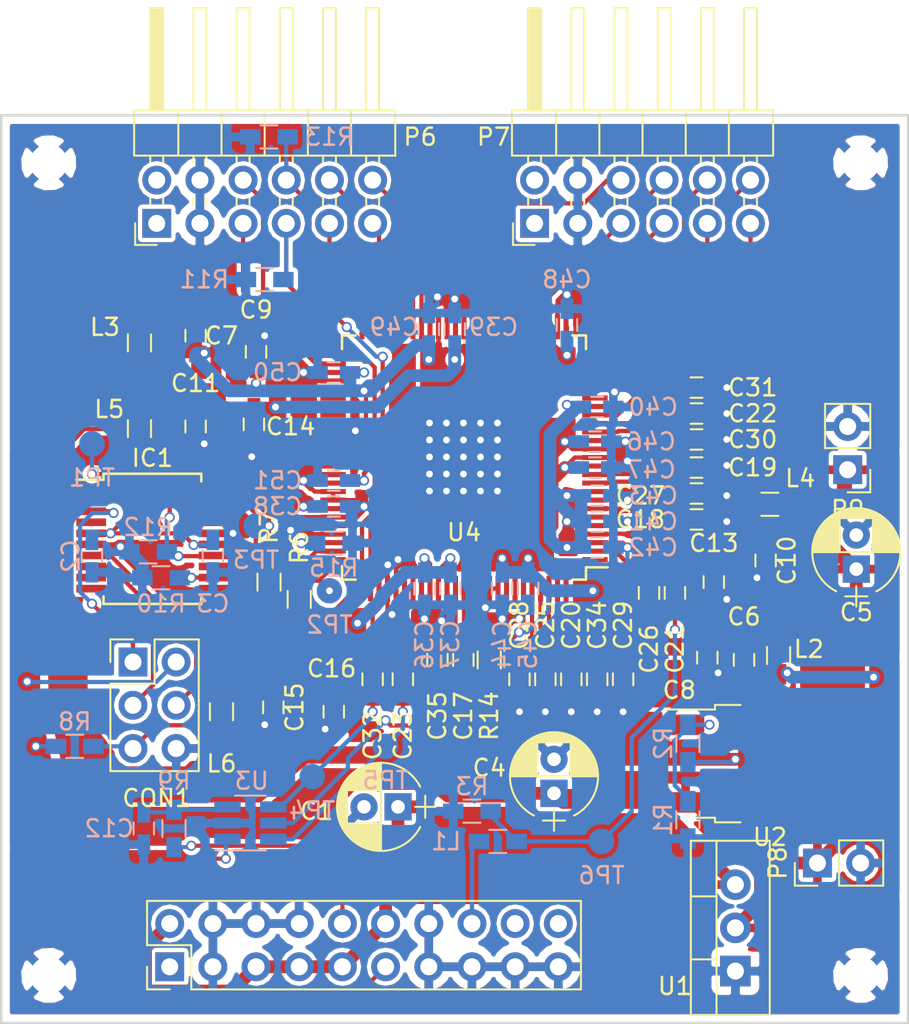
<source format=kicad_pcb>
(kicad_pcb (version 4) (host pcbnew 4.0.5)
  (layers (0 F.Cu signal) (31 B.Cu signal) (34 B.Paste user) (35 F.Paste user) (36 B.SilkS user) (37 F.SilkS user) (38 B.Mask user) (39 F.Mask user) (44 Edge.Cuts user))
  (net 0 "")
  (net 1 +12V)
  (net 2 GND)
  (net 3 +3V3)
  (net 4 +1V9)
  (net 5 +3V3A)
  (net 6 +3V3D)
  (net 7 +1V9A)
  (net 8 +1V9D)
  (net 9 "Net-(C12-Pad1)")
  (net 10 +1V9PLL)
  (net 11 "Net-(C17-Pad1)")
  (net 12 "Net-(C17-Pad2)")
  (net 13 "Net-(C18-Pad1)")
  (net 14 "Net-(C19-Pad1)")
  (net 15 "Net-(C20-Pad1)")
  (net 16 "Net-(C21-Pad1)")
  (net 17 VIDEO_A)
  (net 18 "Net-(C22-Pad1)")
  (net 19 "Net-(C23-Pad1)")
  (net 20 "Net-(C23-Pad2)")
  (net 21 "Net-(C25-Pad1)")
  (net 22 "Net-(C26-Pad1)")
  (net 23 "Net-(C27-Pad1)")
  (net 24 "Net-(C28-Pad1)")
  (net 25 "Net-(C29-Pad1)")
  (net 26 "Net-(C30-Pad1)")
  (net 27 "Net-(C31-Pad1)")
  (net 28 "Net-(C32-Pad1)")
  (net 29 "Net-(C32-Pad2)")
  (net 30 "Net-(C34-Pad1)")
  (net 31 "Net-(C35-Pad1)")
  (net 32 "Net-(C35-Pad2)")
  (net 33 ISP_MISO)
  (net 34 ISP_SCK)
  (net 35 ISP_MOSI)
  (net 36 ISP_RESET)
  (net 37 "Net-(IC1-Pad2)")
  (net 38 RESET)
  (net 39 PWDN)
  (net 40 SCL)
  (net 41 SDA)
  (net 42 "Net-(L1-Pad1)")
  (net 43 HSYNC_A)
  (net 44 VSYNC_A)
  (net 45 G_2)
  (net 46 G_6)
  (net 47 G_3)
  (net 48 G_7)
  (net 49 G_4)
  (net 50 G_8)
  (net 51 G_5)
  (net 52 G_9)
  (net 53 G_0)
  (net 54 DATACLK_OUT)
  (net 55 G_1)
  (net 56 FIDOUT_OUT)
  (net 57 VSYNC_OUT)
  (net 58 CLAMP)
  (net 59 HSYNC_OUT)
  (net 60 COAST)
  (net 61 "Net-(R15-Pad1)")
  (net 62 "Net-(R1-Pad1)")
  (module Pin_Headers:Pin_Header_Angled_2x06_Pitch2.54mm (layer F.Cu) (at 86.36 58.42 90)
    (fp_text reference P6 (at 5.08 15.494 180) (layer F.SilkS))
    (fp_text value CONN_02X06)
    (pad 1 thru_hole rect (at 0 0 90) (size 1.7 1.7) (drill 1) (layers *.Cu *.Mask))
    (pad 2 thru_hole oval (at 2.54 0 90) (size 1.7 1.7) (drill 1) (layers *.Cu *.Mask))
    (pad 3 thru_hole oval (at 0 2.54 90) (size 1.7 1.7) (drill 1) (layers *.Cu *.Mask) (net 2 GND))
    (pad 4 thru_hole oval (at 2.54 2.54 90) (size 1.7 1.7) (drill 1) (layers *.Cu *.Mask) (net 2 GND))
    (pad 5 thru_hole oval (at 0 5.08 90) (size 1.7 1.7) (drill 1) (layers *.Cu *.Mask) (net 53 G_0))
    (pad 6 thru_hole oval (at 2.54 5.08 90) (size 1.7 1.7) (drill 1) (layers *.Cu *.Mask) (net 55 G_1))
    (pad 7 thru_hole oval (at 0 7.62 90) (size 1.7 1.7) (drill 1) (layers *.Cu *.Mask) (net 58 CLAMP))
    (pad 8 thru_hole oval (at 2.54 7.62 90) (size 1.7 1.7) (drill 1) (layers *.Cu *.Mask) (net 60 COAST))
    (pad 9 thru_hole oval (at 0 10.16 90) (size 1.7 1.7) (drill 1) (layers *.Cu *.Mask) (net 45 G_2))
    (pad 10 thru_hole oval (at 2.54 10.16 90) (size 1.7 1.7) (drill 1) (layers *.Cu *.Mask) (net 47 G_3))
    (pad 11 thru_hole oval (at 0 12.7 90) (size 1.7 1.7) (drill 1) (layers *.Cu *.Mask) (net 49 G_4))
    (pad 12 thru_hole oval (at 2.54 12.7 90) (size 1.7 1.7) (drill 1) (layers *.Cu *.Mask) (net 51 G_5))
  )
  (module TI:TQFP-100_14x14mm_Pitch0.5mm-PowerPad (layer F.Cu) (at 104.434 72.183 180)
    (fp_text reference U4 (at 0 -4.398 180) (layer F.SilkS))
    (fp_text value TVP7002)
    (pad 1 smd rect (at -7.7 -6 180) (size 1.5 0.3) (layers F.Cu F.Paste F.Mask) (net 22 "Net-(C26-Pad1)"))
    (pad 2 smd rect (at -7.7 -5.5 180) (size 1.5 0.3) (layers F.Cu F.Paste F.Mask) (net 16 "Net-(C21-Pad1)"))
    (pad 3 smd rect (at -7.7 -5 180) (size 1.5 0.3) (layers F.Cu F.Paste F.Mask) (net 2 GND))
    (pad 4 smd rect (at -7.7 -4.5 180) (size 1.5 0.3) (layers F.Cu F.Paste F.Mask) (net 7 +1V9A))
    (pad 5 smd rect (at -7.7 -4 180) (size 1.5 0.3) (layers F.Cu F.Paste F.Mask) (net 2 GND))
    (pad 6 smd rect (at -7.7 -3.5 180) (size 1.5 0.3) (layers F.Cu F.Paste F.Mask) (net 7 +1V9A))
    (pad 7 smd rect (at -7.7 -3 180) (size 1.5 0.3) (layers F.Cu F.Paste F.Mask) (net 7 +1V9A))
    (pad 8 smd rect (at -7.7 -2.5 180) (size 1.5 0.3) (layers F.Cu F.Paste F.Mask) (net 2 GND))
    (pad 9 smd rect (at -7.7 -2 180) (size 1.5 0.3) (layers F.Cu F.Paste F.Mask) (net 13 "Net-(C18-Pad1)"))
    (pad 10 smd rect (at -7.7 -1.5 180) (size 1.5 0.3) (layers F.Cu F.Paste F.Mask) (net 23 "Net-(C27-Pad1)"))
    (pad 11 smd rect (at -7.7 -1 180) (size 1.5 0.3) (layers F.Cu F.Paste F.Mask) (net 14 "Net-(C19-Pad1)"))
    (pad 12 smd rect (at -7.7 -0.5 180) (size 1.5 0.3) (layers F.Cu F.Paste F.Mask) (net 2 GND))
    (pad 13 smd rect (at -7.7 0 180) (size 1.5 0.3) (layers F.Cu F.Paste F.Mask) (net 5 +3V3A))
    (pad 14 smd rect (at -7.7 0.5 180) (size 1.5 0.3) (layers F.Cu F.Paste F.Mask) (net 5 +3V3A))
    (pad 15 smd rect (at -7.7 1 180) (size 1.5 0.3) (layers F.Cu F.Paste F.Mask) (net 2 GND))
    (pad 16 smd rect (at -7.7 1.5 180) (size 1.5 0.3) (layers F.Cu F.Paste F.Mask) (net 26 "Net-(C30-Pad1)"))
    (pad 17 smd rect (at -7.7 2 180) (size 1.5 0.3) (layers F.Cu F.Paste F.Mask) (net 18 "Net-(C22-Pad1)"))
    (pad 18 smd rect (at -7.7 2.5 180) (size 1.5 0.3) (layers F.Cu F.Paste F.Mask) (net 27 "Net-(C31-Pad1)"))
    (pad 19 smd rect (at -7.7 3 180) (size 1.5 0.3) (layers F.Cu F.Paste F.Mask) (net 7 +1V9A))
    (pad 20 smd rect (at -7.7 3.5 180) (size 1.5 0.3) (layers F.Cu F.Paste F.Mask) (net 2 GND))
    (pad 21 smd rect (at -7.7 4 180) (size 1.5 0.3) (layers F.Cu F.Paste F.Mask) (net 2 GND))
    (pad 22 smd rect (at -7.7 4.5 180) (size 1.5 0.3) (layers F.Cu F.Paste F.Mask) (net 56 FIDOUT_OUT))
    (pad 23 smd rect (at -7.7 5 180) (size 1.5 0.3) (layers F.Cu F.Paste F.Mask) (net 57 VSYNC_OUT))
    (pad 24 smd rect (at -7.7 5.5 180) (size 1.5 0.3) (layers F.Cu F.Paste F.Mask) (net 59 HSYNC_OUT))
    (pad 25 smd rect (at -7.7 6 180) (size 1.5 0.3) (layers F.Cu F.Paste F.Mask))
    (pad 26 smd rect (at -6 7.7 270) (size 1.5 0.3) (layers F.Cu F.Paste F.Mask) (net 6 +3V3D))
    (pad 27 smd rect (at -5.5 7.7 270) (size 1.5 0.3) (layers F.Cu F.Paste F.Mask) (net 2 GND))
    (pad 28 smd rect (at -5 7.7 270) (size 1.5 0.3) (layers F.Cu F.Paste F.Mask) (net 54 DATACLK_OUT))
    (pad 29 smd rect (at -4.5 7.7 270) (size 1.5 0.3) (layers F.Cu F.Paste F.Mask))
    (pad 30 smd rect (at -4 7.7 270) (size 1.5 0.3) (layers F.Cu F.Paste F.Mask))
    (pad 31 smd rect (at -3.5 7.7 270) (size 1.5 0.3) (layers F.Cu F.Paste F.Mask))
    (pad 32 smd rect (at -3 7.7 270) (size 1.5 0.3) (layers F.Cu F.Paste F.Mask))
    (pad 33 smd rect (at -2.5 7.7 270) (size 1.5 0.3) (layers F.Cu F.Paste F.Mask))
    (pad 34 smd rect (at -2 7.7 270) (size 1.5 0.3) (layers F.Cu F.Paste F.Mask))
    (pad 35 smd rect (at -1.5 7.7 270) (size 1.5 0.3) (layers F.Cu F.Paste F.Mask))
    (pad 36 smd rect (at -1 7.7 270) (size 1.5 0.3) (layers F.Cu F.Paste F.Mask))
    (pad 37 smd rect (at -0.5 7.7 270) (size 1.5 0.3) (layers F.Cu F.Paste F.Mask))
    (pad 38 smd rect (at 0 7.7 270) (size 1.5 0.3) (layers F.Cu F.Paste F.Mask))
    (pad 39 smd rect (at 0.5 7.7 270) (size 1.5 0.3) (layers F.Cu F.Paste F.Mask) (net 8 +1V9D))
    (pad 40 smd rect (at 1 7.7 270) (size 1.5 0.3) (layers F.Cu F.Paste F.Mask) (net 2 GND))
    (pad 41 smd rect (at 1.5 7.7 270) (size 1.5 0.3) (layers F.Cu F.Paste F.Mask) (net 6 +3V3D))
    (pad 42 smd rect (at 2 7.7 270) (size 1.5 0.3) (layers F.Cu F.Paste F.Mask) (net 2 GND))
    (pad 43 smd rect (at 2.5 7.7 270) (size 1.5 0.3) (layers F.Cu F.Paste F.Mask) (net 52 G_9))
    (pad 44 smd rect (at 3 7.7 270) (size 1.5 0.3) (layers F.Cu F.Paste F.Mask) (net 50 G_8))
    (pad 45 smd rect (at 3.5 7.7 270) (size 1.5 0.3) (layers F.Cu F.Paste F.Mask) (net 48 G_7))
    (pad 46 smd rect (at 4 7.7 270) (size 1.5 0.3) (layers F.Cu F.Paste F.Mask) (net 46 G_6))
    (pad 47 smd rect (at 4.5 7.7 270) (size 1.5 0.3) (layers F.Cu F.Paste F.Mask) (net 51 G_5))
    (pad 48 smd rect (at 5 7.7 270) (size 1.5 0.3) (layers F.Cu F.Paste F.Mask) (net 49 G_4))
    (pad 49 smd rect (at 5.5 7.7 270) (size 1.5 0.3) (layers F.Cu F.Paste F.Mask) (net 47 G_3))
    (pad 50 smd rect (at 6 7.7 270) (size 1.5 0.3) (layers F.Cu F.Paste F.Mask) (net 45 G_2))
    (pad 51 smd rect (at 7.7 6 180) (size 1.5 0.3) (layers F.Cu F.Paste F.Mask) (net 55 G_1))
    (pad 52 smd rect (at 7.7 5.5 180) (size 1.5 0.3) (layers F.Cu F.Paste F.Mask) (net 53 G_0))
    (pad 53 smd rect (at 7.7 5 180) (size 1.5 0.3) (layers F.Cu F.Paste F.Mask) (net 6 +3V3D))
    (pad 54 smd rect (at 7.7 4.5 180) (size 1.5 0.3) (layers F.Cu F.Paste F.Mask) (net 2 GND))
    (pad 55 smd rect (at 7.7 4 180) (size 1.5 0.3) (layers F.Cu F.Paste F.Mask))
    (pad 56 smd rect (at 7.7 3.5 180) (size 1.5 0.3) (layers F.Cu F.Paste F.Mask))
    (pad 57 smd rect (at 7.7 3 180) (size 1.5 0.3) (layers F.Cu F.Paste F.Mask))
    (pad 58 smd rect (at 7.7 2.5 180) (size 1.5 0.3) (layers F.Cu F.Paste F.Mask))
    (pad 59 smd rect (at 7.7 2 180) (size 1.5 0.3) (layers F.Cu F.Paste F.Mask))
    (pad 60 smd rect (at 7.7 1.5 180) (size 1.5 0.3) (layers F.Cu F.Paste F.Mask) (net 2 GND))
    (pad 61 smd rect (at 7.7 1 180) (size 1.5 0.3) (layers F.Cu F.Paste F.Mask))
    (pad 62 smd rect (at 7.7 0.5 180) (size 1.5 0.3) (layers F.Cu F.Paste F.Mask))
    (pad 63 smd rect (at 7.7 0 180) (size 1.5 0.3) (layers F.Cu F.Paste F.Mask))
    (pad 64 smd rect (at 7.7 -0.5 180) (size 1.5 0.3) (layers F.Cu F.Paste F.Mask))
    (pad 65 smd rect (at 7.7 -1 180) (size 1.5 0.3) (layers F.Cu F.Paste F.Mask))
    (pad 66 smd rect (at 7.7 -1.5 180) (size 1.5 0.3) (layers F.Cu F.Paste F.Mask) (net 6 +3V3D))
    (pad 67 smd rect (at 7.7 -2 180) (size 1.5 0.3) (layers F.Cu F.Paste F.Mask) (net 2 GND))
    (pad 68 smd rect (at 7.7 -2.5 180) (size 1.5 0.3) (layers F.Cu F.Paste F.Mask) (net 2 GND))
    (pad 69 smd rect (at 7.7 -3 180) (size 1.5 0.3) (layers F.Cu F.Paste F.Mask) (net 8 +1V9D))
    (pad 70 smd rect (at 7.7 -3.5 180) (size 1.5 0.3) (layers F.Cu F.Paste F.Mask) (net 39 PWDN))
    (pad 71 smd rect (at 7.7 -4 180) (size 1.5 0.3) (layers F.Cu F.Paste F.Mask) (net 38 RESET))
    (pad 72 smd rect (at 7.7 -4.5 180) (size 1.5 0.3) (layers F.Cu F.Paste F.Mask) (net 2 GND))
    (pad 73 smd rect (at 7.7 -5 180) (size 1.5 0.3) (layers F.Cu F.Paste F.Mask) (net 61 "Net-(R15-Pad1)"))
    (pad 74 smd rect (at 7.7 -5.5 180) (size 1.5 0.3) (layers F.Cu F.Paste F.Mask) (net 40 SCL))
    (pad 75 smd rect (at 7.7 -6 180) (size 1.5 0.3) (layers F.Cu F.Paste F.Mask) (net 41 SDA))
    (pad 76 smd rect (at 6 -7.7 270) (size 1.5 0.3) (layers F.Cu F.Paste F.Mask) (net 58 CLAMP))
    (pad 77 smd rect (at 5.5 -7.7 270) (size 1.5 0.3) (layers F.Cu F.Paste F.Mask) (net 60 COAST))
    (pad 78 smd rect (at 5 -7.7 270) (size 1.5 0.3) (layers F.Cu F.Paste F.Mask) (net 28 "Net-(C32-Pad1)"))
    (pad 79 smd rect (at 4.5 -7.7 270) (size 1.5 0.3) (layers F.Cu F.Paste F.Mask) (net 2 GND))
    (pad 80 smd rect (at 4 -7.7 270) (size 1.5 0.3) (layers F.Cu F.Paste F.Mask) (net 2 GND))
    (pad 81 smd rect (at 3.5 -7.7 270) (size 1.5 0.3) (layers F.Cu F.Paste F.Mask) (net 19 "Net-(C23-Pad1)"))
    (pad 82 smd rect (at 3 -7.7 270) (size 1.5 0.3) (layers F.Cu F.Paste F.Mask) (net 2 GND))
    (pad 83 smd rect (at 2.5 -7.7 270) (size 1.5 0.3) (layers F.Cu F.Paste F.Mask) (net 2 GND))
    (pad 84 smd rect (at 2 -7.7 270) (size 1.5 0.3) (layers F.Cu F.Paste F.Mask) (net 10 +1V9PLL))
    (pad 85 smd rect (at 1.5 -7.7 270) (size 1.5 0.3) (layers F.Cu F.Paste F.Mask) (net 10 +1V9PLL))
    (pad 86 smd rect (at 1 -7.7 270) (size 1.5 0.3) (layers F.Cu F.Paste F.Mask) (net 2 GND))
    (pad 87 smd rect (at 0.5 -7.7 270) (size 1.5 0.3) (layers F.Cu F.Paste F.Mask) (net 31 "Net-(C35-Pad1)"))
    (pad 88 smd rect (at 0 -7.7 270) (size 1.5 0.3) (layers F.Cu F.Paste F.Mask) (net 11 "Net-(C17-Pad1)"))
    (pad 89 smd rect (at -0.5 -7.7 270) (size 1.5 0.3) (layers F.Cu F.Paste F.Mask) (net 12 "Net-(C17-Pad2)"))
    (pad 90 smd rect (at -1 -7.7 270) (size 1.5 0.3) (layers F.Cu F.Paste F.Mask) (net 2 GND))
    (pad 91 smd rect (at -1.5 -7.7 270) (size 1.5 0.3) (layers F.Cu F.Paste F.Mask) (net 2 GND))
    (pad 92 smd rect (at -2 -7.7 270) (size 1.5 0.3) (layers F.Cu F.Paste F.Mask) (net 2 GND))
    (pad 93 smd rect (at -2.5 -7.7 270) (size 1.5 0.3) (layers F.Cu F.Paste F.Mask) (net 5 +3V3A))
    (pad 94 smd rect (at -3 -7.7 270) (size 1.5 0.3) (layers F.Cu F.Paste F.Mask) (net 5 +3V3A))
    (pad 95 smd rect (at -3.5 -7.7 270) (size 1.5 0.3) (layers F.Cu F.Paste F.Mask) (net 2 GND))
    (pad 96 smd rect (at -4 -7.7 270) (size 1.5 0.3) (layers F.Cu F.Paste F.Mask) (net 24 "Net-(C28-Pad1)"))
    (pad 97 smd rect (at -4.5 -7.7 270) (size 1.5 0.3) (layers F.Cu F.Paste F.Mask) (net 21 "Net-(C25-Pad1)"))
    (pad 98 smd rect (at -5 -7.7 270) (size 1.5 0.3) (layers F.Cu F.Paste F.Mask) (net 15 "Net-(C20-Pad1)"))
    (pad 99 smd rect (at -5.5 -7.7 270) (size 1.5 0.3) (layers F.Cu F.Paste F.Mask) (net 30 "Net-(C34-Pad1)"))
    (pad 100 smd rect (at -6 -7.7 270) (size 1.5 0.3) (layers F.Cu F.Paste F.Mask) (net 25 "Net-(C29-Pad1)"))
    (pad 101 smd rect (at 0 0 180) (size 6.2 6.2) (layers F.Cu F.Paste F.Mask) (net 2 GND) (clearance 0.2))
  )
  (module Capacitors_SMD:C_0603_HandSoldering (layer B.Cu) (at 96.774 67.183 180)
    (fp_text reference C50 (at 3.302 0 180) (layer B.SilkS) (effects (justify mirror)))
    (fp_text value 0.1uF)
    (pad 1 smd rect (at -0.95 0 180) (size 1.2 0.75) (layers B.Cu B.Paste B.Mask) (net 6 +3V3D))
    (pad 2 smd rect (at 0.95 0 180) (size 1.2 0.75) (layers B.Cu B.Paste B.Mask) (net 2 GND))
  )
  (module Capacitors_SMD:C_0603_HandSoldering (layer F.Cu) (at 122.174 78.232 270)
    (fp_text reference C10 (at 0 -1.25 270) (layer F.SilkS))
    (fp_text value 22uF)
    (pad 1 smd rect (at -0.95 0 270) (size 1.2 0.75) (layers F.Cu F.Paste F.Mask) (net 7 +1V9A))
    (pad 2 smd rect (at 0.95 0 270) (size 1.2 0.75) (layers F.Cu F.Paste F.Mask) (net 2 GND))
  )
  (module Measurement_Points:Measurement_Point_Round-SMD-Pad_Small (layer B.Cu) (at 92.202 76.2)
    (fp_text reference TP3 (at 0 2) (layer B.SilkS) (effects (justify mirror)))
    (fp_text value SCL)
    (pad 1 smd circle (at 0 0) (size 1.5 1.5) (layers B.Cu B.Mask) (net 40 SCL))
  )
  (module Resistors_SMD:R_0603_HandSoldering (layer B.Cu) (at 96.774 77.216)
    (fp_text reference R15 (at 0 1.45) (layer B.SilkS) (effects (justify mirror)))
    (fp_text value 2k2)
    (pad 1 smd rect (at -1.1 0) (size 1.2 0.9) (layers B.Cu B.Paste B.Mask) (net 61 "Net-(R15-Pad1)"))
    (pad 2 smd rect (at 1.1 0) (size 1.2 0.9) (layers B.Cu B.Paste B.Mask) (net 2 GND))
  )
  (module Housings_SSOP:SSOP-20_5.3x7.2mm_Pitch0.65mm (layer F.Cu) (at 86.106 76.962)
    (fp_text reference IC1 (at 0 -4.75) (layer F.SilkS))
    (fp_text value ATTINY87-AX)
    (pad 1 smd rect (at -3.6 -2.925) (size 1.75 0.45) (layers F.Cu F.Paste F.Mask))
    (pad 2 smd rect (at -3.6 -2.275) (size 1.75 0.45) (layers F.Cu F.Paste F.Mask) (net 37 "Net-(IC1-Pad2)"))
    (pad 3 smd rect (at -3.6 -1.625) (size 1.75 0.45) (layers F.Cu F.Paste F.Mask) (net 33 ISP_MISO))
    (pad 4 smd rect (at -3.6 -0.975) (size 1.75 0.45) (layers F.Cu F.Paste F.Mask))
    (pad 5 smd rect (at -3.6 -0.325) (size 1.75 0.45) (layers F.Cu F.Paste F.Mask) (net 3 +3V3))
    (pad 6 smd rect (at -3.6 0.325) (size 1.75 0.45) (layers F.Cu F.Paste F.Mask) (net 2 GND))
    (pad 7 smd rect (at -3.6 0.975) (size 1.75 0.45) (layers F.Cu F.Paste F.Mask) (net 35 ISP_MOSI))
    (pad 8 smd rect (at -3.6 1.625) (size 1.75 0.45) (layers F.Cu F.Paste F.Mask) (net 34 ISP_SCK))
    (pad 9 smd rect (at -3.6 2.275) (size 1.75 0.45) (layers F.Cu F.Paste F.Mask))
    (pad 10 smd rect (at -3.6 2.925) (size 1.75 0.45) (layers F.Cu F.Paste F.Mask))
    (pad 11 smd rect (at 3.6 2.925) (size 1.75 0.45) (layers F.Cu F.Paste F.Mask) (net 36 ISP_RESET))
    (pad 12 smd rect (at 3.6 2.275) (size 1.75 0.45) (layers F.Cu F.Paste F.Mask) (net 38 RESET))
    (pad 13 smd rect (at 3.6 1.625) (size 1.75 0.45) (layers F.Cu F.Paste F.Mask))
    (pad 14 smd rect (at 3.6 0.975) (size 1.75 0.45) (layers F.Cu F.Paste F.Mask) (net 39 PWDN))
    (pad 15 smd rect (at 3.6 0.325) (size 1.75 0.45) (layers F.Cu F.Paste F.Mask) (net 3 +3V3))
    (pad 16 smd rect (at 3.6 -0.325) (size 1.75 0.45) (layers F.Cu F.Paste F.Mask) (net 2 GND))
    (pad 17 smd rect (at 3.6 -0.975) (size 1.75 0.45) (layers F.Cu F.Paste F.Mask))
    (pad 18 smd rect (at 3.6 -1.625) (size 1.75 0.45) (layers F.Cu F.Paste F.Mask) (net 40 SCL))
    (pad 19 smd rect (at 3.6 -2.275) (size 1.75 0.45) (layers F.Cu F.Paste F.Mask))
    (pad 20 smd rect (at 3.6 -2.925) (size 1.75 0.45) (layers F.Cu F.Paste F.Mask) (net 41 SDA))
  )
  (module Resistors_SMD:R_0603_HandSoldering (layer B.Cu) (at 92.964 53.34 180)
    (fp_text reference R13 (at -3.556 0 180) (layer B.SilkS) (effects (justify mirror)))
    (fp_text value 2k2)
    (pad 1 smd rect (at -1.1 0 180) (size 1.2 0.9) (layers B.Cu B.Paste B.Mask) (net 60 COAST))
    (pad 2 smd rect (at 1.1 0 180) (size 1.2 0.9) (layers B.Cu B.Paste B.Mask) (net 2 GND))
  )
  (module Pin_Headers:Pin_Header_Straight_2x10_Pitch2.54mm (layer F.Cu) (at 87.122 102.108 90)
    (fp_text reference P1 hide)
    (fp_text value CONN_02X10)
    (pad 1 thru_hole rect (at 0 0 90) (size 1.7 1.7) (drill 1) (layers *.Cu *.Mask))
    (pad 2 thru_hole oval (at 2.54 0 90) (size 1.7 1.7) (drill 1) (layers *.Cu *.Mask) (net 1 +12V))
    (pad 3 thru_hole oval (at 0 2.54 90) (size 1.7 1.7) (drill 1) (layers *.Cu *.Mask) (net 2 GND))
    (pad 4 thru_hole oval (at 2.54 2.54 90) (size 1.7 1.7) (drill 1) (layers *.Cu *.Mask) (net 2 GND))
    (pad 5 thru_hole oval (at 0 5.08 90) (size 1.7 1.7) (drill 1) (layers *.Cu *.Mask) (net 1 +12V))
    (pad 6 thru_hole oval (at 2.54 5.08 90) (size 1.7 1.7) (drill 1) (layers *.Cu *.Mask) (net 2 GND))
    (pad 7 thru_hole oval (at 0 7.62 90) (size 1.7 1.7) (drill 1) (layers *.Cu *.Mask) (net 1 +12V))
    (pad 8 thru_hole oval (at 2.54 7.62 90) (size 1.7 1.7) (drill 1) (layers *.Cu *.Mask) (net 2 GND))
    (pad 9 thru_hole oval (at 0 10.16 90) (size 1.7 1.7) (drill 1) (layers *.Cu *.Mask) (net 1 +12V))
    (pad 10 thru_hole oval (at 2.54 10.16 90) (size 1.7 1.7) (drill 1) (layers *.Cu *.Mask) (net 43 HSYNC_A))
    (pad 11 thru_hole oval (at 0 12.7 90) (size 1.7 1.7) (drill 1) (layers *.Cu *.Mask) (net 44 VSYNC_A))
    (pad 12 thru_hole oval (at 2.54 12.7 90) (size 1.7 1.7) (drill 1) (layers *.Cu *.Mask) (net 1 +12V))
    (pad 13 thru_hole oval (at 0 15.24 90) (size 1.7 1.7) (drill 1) (layers *.Cu *.Mask) (net 2 GND))
    (pad 14 thru_hole oval (at 2.54 15.24 90) (size 1.7 1.7) (drill 1) (layers *.Cu *.Mask) (net 2 GND))
    (pad 15 thru_hole oval (at 0 17.78 90) (size 1.7 1.7) (drill 1) (layers *.Cu *.Mask) (net 2 GND))
    (pad 16 thru_hole oval (at 2.54 17.78 90) (size 1.7 1.7) (drill 1) (layers *.Cu *.Mask) (net 42 "Net-(L1-Pad1)"))
    (pad 17 thru_hole oval (at 0 20.32 90) (size 1.7 1.7) (drill 1) (layers *.Cu *.Mask) (net 2 GND))
    (pad 18 thru_hole oval (at 2.54 20.32 90) (size 1.7 1.7) (drill 1) (layers *.Cu *.Mask))
    (pad 19 thru_hole oval (at 0 22.86 90) (size 1.7 1.7) (drill 1) (layers *.Cu *.Mask) (net 2 GND))
    (pad 20 thru_hole oval (at 2.54 22.86 90) (size 1.7 1.7) (drill 1) (layers *.Cu *.Mask))
  )
  (module Resistors_SMD:R_0603_HandSoldering (layer B.Cu) (at 106.426 94.742)
    (fp_text reference L1 (at -3.048 0) (layer B.SilkS) (effects (justify mirror)))
    (fp_text value L_Small)
    (pad 1 smd rect (at -1.1 0) (size 1.2 0.9) (layers B.Cu B.Paste B.Mask) (net 42 "Net-(L1-Pad1)"))
    (pad 2 smd rect (at 1.1 0) (size 1.2 0.9) (layers B.Cu B.Paste B.Mask) (net 17 VIDEO_A))
  )
  (module Capacitors_THT:CP_Radial_D5.0mm_P2.00mm (layer F.Cu) (at 100.552 92.71 180)
    (fp_text reference C1 (at 4.794 -0.254 180) (layer F.SilkS))
    (fp_text value 10uF)
    (pad 1 thru_hole rect (at 0 0 180) (size 1.6 1.6) (drill 0.8) (layers *.Cu *.Mask) (net 1 +12V))
    (pad 2 thru_hole circle (at 2 0 180) (size 1.6 1.6) (drill 0.8) (layers *.Cu *.Mask) (net 2 GND))
  )
  (module TO_SOT_Packages_THT:TO-220_Vertical (layer F.Cu) (at 120.396 102.362 90)
    (fp_text reference U1 (at -0.889 -3.556 180) (layer F.SilkS))
    (fp_text value LD1117V33)
    (pad 1 thru_hole rect (at 0 0 90) (size 1.8 1.8) (drill 1) (layers *.Cu *.Mask) (net 2 GND))
    (pad 2 thru_hole oval (at 2.54 0 90) (size 1.8 1.8) (drill 1) (layers *.Cu *.Mask) (net 3 +3V3))
    (pad 3 thru_hole oval (at 5.08 0 90) (size 1.8 1.8) (drill 1) (layers *.Cu *.Mask) (net 1 +12V))
  )
  (module Capacitors_SMD:C_0603_HandSoldering (layer B.Cu) (at 112.141 71.247)
    (fp_text reference C46 (at 3.302 0) (layer B.SilkS) (effects (justify mirror)))
    (fp_text value 0.1uF)
    (pad 1 smd rect (at -0.95 0) (size 1.2 0.75) (layers B.Cu B.Paste B.Mask) (net 5 +3V3A))
    (pad 2 smd rect (at 0.95 0) (size 1.2 0.75) (layers B.Cu B.Paste B.Mask) (net 2 GND))
  )
  (module Capacitors_SMD:C_0603_HandSoldering (layer F.Cu) (at 118.745 83.947 270)
    (fp_text reference C8 (at 1.905 1.651 360) (layer F.SilkS))
    (fp_text value 1uF)
    (pad 1 smd rect (at -0.95 0 270) (size 1.2 0.75) (layers F.Cu F.Paste F.Mask) (net 5 +3V3A))
    (pad 2 smd rect (at 0.95 0 270) (size 1.2 0.75) (layers F.Cu F.Paste F.Mask) (net 2 GND))
  )
  (module Capacitors_SMD:C_0603_HandSoldering (layer B.Cu) (at 112.141 72.771)
    (fp_text reference C47 (at 3.302 0.127) (layer B.SilkS) (effects (justify mirror)))
    (fp_text value 0.1uF)
    (pad 1 smd rect (at -0.95 0) (size 1.2 0.75) (layers B.Cu B.Paste B.Mask) (net 5 +3V3A))
    (pad 2 smd rect (at 0.95 0) (size 1.2 0.75) (layers B.Cu B.Paste B.Mask) (net 2 GND))
  )
  (module Capacitors_SMD:C_0603_HandSoldering (layer B.Cu) (at 82.55 77.978 270)
    (fp_text reference C2 (at 0 1.25 270) (layer B.SilkS) (effects (justify mirror)))
    (fp_text value 0.1uF)
    (pad 1 smd rect (at -0.95 0 270) (size 1.2 0.75) (layers B.Cu B.Paste B.Mask) (net 3 +3V3))
    (pad 2 smd rect (at 0.95 0 270) (size 1.2 0.75) (layers B.Cu B.Paste B.Mask) (net 2 GND))
  )
  (module Capacitors_SMD:C_0603_HandSoldering (layer B.Cu) (at 89.662 77.978 270)
    (fp_text reference C3 (at 2.794 0 360) (layer B.SilkS) (effects (justify mirror)))
    (fp_text value 0.1uF)
    (pad 1 smd rect (at -0.95 0 270) (size 1.2 0.75) (layers B.Cu B.Paste B.Mask) (net 3 +3V3))
    (pad 2 smd rect (at 0.95 0 270) (size 1.2 0.75) (layers B.Cu B.Paste B.Mask) (net 2 GND))
  )
  (module Capacitors_THT:CP_Radial_D5.0mm_P2.00mm (layer F.Cu) (at 109.728 91.916 90)
    (fp_text reference C4 (at 1.492 -3.81 180) (layer F.SilkS))
    (fp_text value 10uF)
    (pad 1 thru_hole rect (at 0 0 90) (size 1.6 1.6) (drill 0.8) (layers *.Cu *.Mask) (net 3 +3V3))
    (pad 2 thru_hole circle (at 2 0 90) (size 1.6 1.6) (drill 0.8) (layers *.Cu *.Mask) (net 2 GND))
  )
  (module Capacitors_THT:CP_Radial_D5.0mm_P2.00mm (layer F.Cu) (at 127.508 78.74 90)
    (fp_text reference C5 (at -2.54 0 180) (layer F.SilkS))
    (fp_text value 10uF)
    (pad 1 thru_hole rect (at 0 0 90) (size 1.6 1.6) (drill 0.8) (layers *.Cu *.Mask) (net 4 +1V9))
    (pad 2 thru_hole circle (at 2 0 90) (size 1.6 1.6) (drill 0.8) (layers *.Cu *.Mask) (net 2 GND))
  )
  (module Capacitors_SMD:C_0603_HandSoldering (layer F.Cu) (at 92.202 65.974 90)
    (fp_text reference C9 (at 2.474 0 180) (layer F.SilkS))
    (fp_text value 1uF)
    (pad 1 smd rect (at -0.95 0 90) (size 1.2 0.75) (layers F.Cu F.Paste F.Mask) (net 6 +3V3D))
    (pad 2 smd rect (at 0.95 0 90) (size 1.2 0.75) (layers F.Cu F.Paste F.Mask) (net 2 GND))
  )
  (module Capacitors_SMD:C_0603_HandSoldering (layer B.Cu) (at 85.598 93.98 270)
    (fp_text reference C12 (at 0 2.032 360) (layer B.SilkS) (effects (justify mirror)))
    (fp_text value 1nF)
    (pad 1 smd rect (at -0.95 0 270) (size 1.2 0.75) (layers B.Cu B.Paste B.Mask) (net 9 "Net-(C12-Pad1)"))
    (pad 2 smd rect (at 0.95 0 270) (size 1.2 0.75) (layers B.Cu B.Paste B.Mask) (net 2 GND))
  )
  (module Capacitors_SMD:C_0603_HandSoldering (layer F.Cu) (at 119.126 79.502 270)
    (fp_text reference C13 (at -2.286 0 360) (layer F.SilkS))
    (fp_text value 1uF)
    (pad 1 smd rect (at -0.95 0 270) (size 1.2 0.75) (layers F.Cu F.Paste F.Mask) (net 7 +1V9A))
    (pad 2 smd rect (at 0.95 0 270) (size 1.2 0.75) (layers F.Cu F.Paste F.Mask) (net 2 GND))
  )
  (module Capacitors_SMD:C_0603_HandSoldering (layer F.Cu) (at 92.075 70.231 270)
    (fp_text reference C14 (at 0.127 -2.159 360) (layer F.SilkS))
    (fp_text value 1uF)
    (pad 1 smd rect (at -0.95 0 270) (size 1.2 0.75) (layers F.Cu F.Paste F.Mask) (net 8 +1V9D))
    (pad 2 smd rect (at 0.95 0 270) (size 1.2 0.75) (layers F.Cu F.Paste F.Mask) (net 2 GND))
  )
  (module Capacitors_SMD:C_0603_HandSoldering (layer F.Cu) (at 96.774 87.122 270)
    (fp_text reference C16 (at -2.54 0.127 360) (layer F.SilkS))
    (fp_text value 1uF)
    (pad 1 smd rect (at -0.95 0 270) (size 1.2 0.75) (layers F.Cu F.Paste F.Mask) (net 10 +1V9PLL))
    (pad 2 smd rect (at 0.95 0 270) (size 1.2 0.75) (layers F.Cu F.Paste F.Mask) (net 2 GND))
  )
  (module Capacitors_SMD:C_0603_HandSoldering (layer F.Cu) (at 104.394 84.074 270)
    (fp_text reference C17 (at 3.302 0 270) (layer F.SilkS))
    (fp_text value 4.7nF)
    (pad 1 smd rect (at -0.95 0 270) (size 1.2 0.75) (layers F.Cu F.Paste F.Mask) (net 11 "Net-(C17-Pad1)"))
    (pad 2 smd rect (at 0.95 0 270) (size 1.2 0.75) (layers F.Cu F.Paste F.Mask) (net 12 "Net-(C17-Pad2)"))
  )
  (module Capacitors_SMD:C_0603_HandSoldering (layer F.Cu) (at 118.11 75.819)
    (fp_text reference C18 (at -3.302 0) (layer F.SilkS))
    (fp_text value 10nF)
    (pad 1 smd rect (at -0.95 0) (size 1.2 0.75) (layers F.Cu F.Paste F.Mask) (net 13 "Net-(C18-Pad1)"))
    (pad 2 smd rect (at 0.95 0) (size 1.2 0.75) (layers F.Cu F.Paste F.Mask) (net 2 GND))
  )
  (module Capacitors_SMD:C_0603_HandSoldering (layer F.Cu) (at 118.11 72.771)
    (fp_text reference C19 (at 3.302 0) (layer F.SilkS))
    (fp_text value 10nf)
    (pad 1 smd rect (at -0.95 0) (size 1.2 0.75) (layers F.Cu F.Paste F.Mask) (net 14 "Net-(C19-Pad1)"))
    (pad 2 smd rect (at 0.95 0) (size 1.2 0.75) (layers F.Cu F.Paste F.Mask) (net 2 GND))
  )
  (module Capacitors_SMD:C_0603_HandSoldering (layer F.Cu) (at 110.744 85.217 270)
    (fp_text reference C20 (at -3.175 0 270) (layer F.SilkS))
    (fp_text value 10nF)
    (pad 1 smd rect (at -0.95 0 270) (size 1.2 0.75) (layers F.Cu F.Paste F.Mask) (net 15 "Net-(C20-Pad1)"))
    (pad 2 smd rect (at 0.95 0 270) (size 1.2 0.75) (layers F.Cu F.Paste F.Mask) (net 2 GND))
  )
  (module Capacitors_SMD:C_0603_HandSoldering (layer F.Cu) (at 116.84 80.137 270)
    (fp_text reference C21 (at 3.302 0 270) (layer F.SilkS))
    (fp_text value 0.1uF)
    (pad 1 smd rect (at -0.95 0 270) (size 1.2 0.75) (layers F.Cu F.Paste F.Mask) (net 16 "Net-(C21-Pad1)"))
    (pad 2 smd rect (at 0.95 0 270) (size 1.2 0.75) (layers F.Cu F.Paste F.Mask) (net 17 VIDEO_A))
  )
  (module Capacitors_SMD:C_0603_HandSoldering (layer F.Cu) (at 118.11 69.596)
    (fp_text reference C22 (at 3.302 0) (layer F.SilkS))
    (fp_text value 10nF)
    (pad 1 smd rect (at -0.95 0) (size 1.2 0.75) (layers F.Cu F.Paste F.Mask) (net 18 "Net-(C22-Pad1)"))
    (pad 2 smd rect (at 0.95 0) (size 1.2 0.75) (layers F.Cu F.Paste F.Mask) (net 2 GND))
  )
  (module Capacitors_SMD:C_0603_HandSoldering (layer F.Cu) (at 100.838 85.217 270)
    (fp_text reference C23 (at 3.302 0 270) (layer F.SilkS))
    (fp_text value 0.1uF)
    (pad 1 smd rect (at -0.95 0 270) (size 1.2 0.75) (layers F.Cu F.Paste F.Mask) (net 19 "Net-(C23-Pad1)"))
    (pad 2 smd rect (at 0.95 0 270) (size 1.2 0.75) (layers F.Cu F.Paste F.Mask) (net 20 "Net-(C23-Pad2)"))
  )
  (module Capacitors_SMD:C_0603_HandSoldering (layer F.Cu) (at 109.22 85.217 270)
    (fp_text reference C25 (at -3.175 0 270) (layer F.SilkS))
    (fp_text value 10nF)
    (pad 1 smd rect (at -0.95 0 270) (size 1.2 0.75) (layers F.Cu F.Paste F.Mask) (net 21 "Net-(C25-Pad1)"))
    (pad 2 smd rect (at 0.95 0 270) (size 1.2 0.75) (layers F.Cu F.Paste F.Mask) (net 2 GND))
  )
  (module Capacitors_SMD:C_0603_HandSoldering (layer F.Cu) (at 115.316 80.137 270)
    (fp_text reference C26 (at 3.302 0 270) (layer F.SilkS))
    (fp_text value 1nF)
    (pad 1 smd rect (at -0.95 0 270) (size 1.2 0.75) (layers F.Cu F.Paste F.Mask) (net 22 "Net-(C26-Pad1)"))
    (pad 2 smd rect (at 0.95 0 270) (size 1.2 0.75) (layers F.Cu F.Paste F.Mask) (net 17 VIDEO_A))
  )
  (module Capacitors_SMD:C_0603_HandSoldering (layer F.Cu) (at 118.11 74.295)
    (fp_text reference C27 (at -3.302 0.127) (layer F.SilkS))
    (fp_text value 10nF)
    (pad 1 smd rect (at -0.95 0) (size 1.2 0.75) (layers F.Cu F.Paste F.Mask) (net 23 "Net-(C27-Pad1)"))
    (pad 2 smd rect (at 0.95 0) (size 1.2 0.75) (layers F.Cu F.Paste F.Mask) (net 2 GND))
  )
  (module Capacitors_SMD:C_0603_HandSoldering (layer F.Cu) (at 107.696 85.217 270)
    (fp_text reference C28 (at -3.175 0 270) (layer F.SilkS))
    (fp_text value 10nF)
    (pad 1 smd rect (at -0.95 0 270) (size 1.2 0.75) (layers F.Cu F.Paste F.Mask) (net 24 "Net-(C28-Pad1)"))
    (pad 2 smd rect (at 0.95 0 270) (size 1.2 0.75) (layers F.Cu F.Paste F.Mask) (net 2 GND))
  )
  (module Capacitors_SMD:C_0603_HandSoldering (layer F.Cu) (at 113.792 85.217 270)
    (fp_text reference C29 (at -3.175 0 270) (layer F.SilkS))
    (fp_text value 10nF)
    (pad 1 smd rect (at -0.95 0 270) (size 1.2 0.75) (layers F.Cu F.Paste F.Mask) (net 25 "Net-(C29-Pad1)"))
    (pad 2 smd rect (at 0.95 0 270) (size 1.2 0.75) (layers F.Cu F.Paste F.Mask) (net 2 GND))
  )
  (module Capacitors_SMD:C_0603_HandSoldering (layer F.Cu) (at 118.11 71.12)
    (fp_text reference C30 (at 3.302 0) (layer F.SilkS))
    (fp_text value 10nF)
    (pad 1 smd rect (at -0.95 0) (size 1.2 0.75) (layers F.Cu F.Paste F.Mask) (net 26 "Net-(C30-Pad1)"))
    (pad 2 smd rect (at 0.95 0) (size 1.2 0.75) (layers F.Cu F.Paste F.Mask) (net 2 GND))
  )
  (module Capacitors_SMD:C_0603_HandSoldering (layer F.Cu) (at 118.11 68.072)
    (fp_text reference C31 (at 3.302 0) (layer F.SilkS))
    (fp_text value 10nF)
    (pad 1 smd rect (at -0.95 0) (size 1.2 0.75) (layers F.Cu F.Paste F.Mask) (net 27 "Net-(C31-Pad1)"))
    (pad 2 smd rect (at 0.95 0) (size 1.2 0.75) (layers F.Cu F.Paste F.Mask) (net 2 GND))
  )
  (module Capacitors_SMD:C_0603_HandSoldering (layer F.Cu) (at 99.06 85.217 270)
    (fp_text reference C32 (at 3.302 0 270) (layer F.SilkS))
    (fp_text value 0.1uF)
    (pad 1 smd rect (at -0.95 0 270) (size 1.2 0.75) (layers F.Cu F.Paste F.Mask) (net 28 "Net-(C32-Pad1)"))
    (pad 2 smd rect (at 0.95 0 270) (size 1.2 0.75) (layers F.Cu F.Paste F.Mask) (net 29 "Net-(C32-Pad2)"))
  )
  (module Capacitors_SMD:C_0603_HandSoldering (layer F.Cu) (at 112.268 85.217 270)
    (fp_text reference C34 (at -3.175 0 270) (layer F.SilkS))
    (fp_text value 10nF)
    (pad 1 smd rect (at -0.95 0 270) (size 1.2 0.75) (layers F.Cu F.Paste F.Mask) (net 30 "Net-(C34-Pad1)"))
    (pad 2 smd rect (at 0.95 0 270) (size 1.2 0.75) (layers F.Cu F.Paste F.Mask) (net 2 GND))
  )
  (module Capacitors_SMD:C_0603_HandSoldering (layer F.Cu) (at 102.87 84.074 270)
    (fp_text reference C35 (at 3.302 0 270) (layer F.SilkS))
    (fp_text value 0.1uF)
    (pad 1 smd rect (at -0.95 0 270) (size 1.2 0.75) (layers F.Cu F.Paste F.Mask) (net 31 "Net-(C35-Pad1)"))
    (pad 2 smd rect (at 0.95 0 270) (size 1.2 0.75) (layers F.Cu F.Paste F.Mask) (net 32 "Net-(C35-Pad2)"))
  )
  (module Capacitors_SMD:C_0603_HandSoldering (layer B.Cu) (at 102.108 79.883 270)
    (fp_text reference C36 (at 3.302 0 270) (layer B.SilkS) (effects (justify mirror)))
    (fp_text value 0.1uF)
    (pad 1 smd rect (at -0.95 0 270) (size 1.2 0.75) (layers B.Cu B.Paste B.Mask) (net 10 +1V9PLL))
    (pad 2 smd rect (at 0.95 0 270) (size 1.2 0.75) (layers B.Cu B.Paste B.Mask) (net 2 GND))
  )
  (module Capacitors_SMD:C_0603_HandSoldering (layer B.Cu) (at 103.632 79.883 270)
    (fp_text reference C37 (at 3.302 0 270) (layer B.SilkS) (effects (justify mirror)))
    (fp_text value 0.1uF)
    (pad 1 smd rect (at -0.95 0 270) (size 1.2 0.75) (layers B.Cu B.Paste B.Mask) (net 10 +1V9PLL))
    (pad 2 smd rect (at 0.95 0 270) (size 1.2 0.75) (layers B.Cu B.Paste B.Mask) (net 2 GND))
  )
  (module Capacitors_SMD:C_0603_HandSoldering (layer B.Cu) (at 96.774 75.057)
    (fp_text reference C38 (at -3.302 0) (layer B.SilkS) (effects (justify mirror)))
    (fp_text value 0.1uF)
    (pad 1 smd rect (at -0.95 0) (size 1.2 0.75) (layers B.Cu B.Paste B.Mask) (net 8 +1V9D))
    (pad 2 smd rect (at 0.95 0) (size 1.2 0.75) (layers B.Cu B.Paste B.Mask) (net 2 GND))
  )
  (module Capacitors_SMD:C_0603_HandSoldering (layer B.Cu) (at 103.886 64.643 90)
    (fp_text reference C39 (at 0.127 2.286 180) (layer B.SilkS) (effects (justify mirror)))
    (fp_text value 0.1uF)
    (pad 1 smd rect (at -0.95 0 90) (size 1.2 0.75) (layers B.Cu B.Paste B.Mask) (net 8 +1V9D))
    (pad 2 smd rect (at 0.95 0 90) (size 1.2 0.75) (layers B.Cu B.Paste B.Mask) (net 2 GND))
  )
  (module Capacitors_SMD:C_0603_HandSoldering (layer B.Cu) (at 112.268 69.215)
    (fp_text reference C40 (at 3.302 0) (layer B.SilkS) (effects (justify mirror)))
    (fp_text value 0.1uF)
    (pad 1 smd rect (at -0.95 0) (size 1.2 0.75) (layers B.Cu B.Paste B.Mask) (net 7 +1V9A))
    (pad 2 smd rect (at 0.95 0) (size 1.2 0.75) (layers B.Cu B.Paste B.Mask) (net 2 GND))
  )
  (module Capacitors_SMD:C_0603_HandSoldering (layer B.Cu) (at 112.268 75.946)
    (fp_text reference C41 (at 3.302 0) (layer B.SilkS) (effects (justify mirror)))
    (fp_text value 0.1uF)
    (pad 1 smd rect (at -0.95 0) (size 1.2 0.75) (layers B.Cu B.Paste B.Mask) (net 7 +1V9A))
    (pad 2 smd rect (at 0.95 0) (size 1.2 0.75) (layers B.Cu B.Paste B.Mask) (net 2 GND))
  )
  (module Capacitors_SMD:C_0603_HandSoldering (layer B.Cu) (at 112.268 77.47)
    (fp_text reference C42 (at 3.302 0) (layer B.SilkS) (effects (justify mirror)))
    (fp_text value 0.1uF)
    (pad 1 smd rect (at -0.95 0) (size 1.2 0.75) (layers B.Cu B.Paste B.Mask) (net 7 +1V9A))
    (pad 2 smd rect (at 0.95 0) (size 1.2 0.75) (layers B.Cu B.Paste B.Mask) (net 2 GND))
  )
  (module Capacitors_SMD:C_0603_HandSoldering (layer B.Cu) (at 112.268 74.422)
    (fp_text reference C43 (at 3.302 0) (layer B.SilkS) (effects (justify mirror)))
    (fp_text value 0.1uF)
    (pad 1 smd rect (at -0.95 0) (size 1.2 0.75) (layers B.Cu B.Paste B.Mask) (net 7 +1V9A))
    (pad 2 smd rect (at 0.95 0) (size 1.2 0.75) (layers B.Cu B.Paste B.Mask) (net 2 GND))
  )
  (module Capacitors_SMD:C_0603_HandSoldering (layer B.Cu) (at 106.68 79.883 270)
    (fp_text reference C44 (at 3.302 0 270) (layer B.SilkS) (effects (justify mirror)))
    (fp_text value 0.1uF)
    (pad 1 smd rect (at -0.95 0 270) (size 1.2 0.75) (layers B.Cu B.Paste B.Mask) (net 5 +3V3A))
    (pad 2 smd rect (at 0.95 0 270) (size 1.2 0.75) (layers B.Cu B.Paste B.Mask) (net 2 GND))
  )
  (module Capacitors_SMD:C_0603_HandSoldering (layer B.Cu) (at 108.204 79.883 270)
    (fp_text reference C45 (at 3.302 0 270) (layer B.SilkS) (effects (justify mirror)))
    (fp_text value 0.1uF)
    (pad 1 smd rect (at -0.95 0 270) (size 1.2 0.75) (layers B.Cu B.Paste B.Mask) (net 5 +3V3A))
    (pad 2 smd rect (at 0.95 0 270) (size 1.2 0.75) (layers B.Cu B.Paste B.Mask) (net 2 GND))
  )
  (module Capacitors_SMD:C_0603_HandSoldering (layer B.Cu) (at 110.49 64.389 90)
    (fp_text reference C48 (at 2.667 0 180) (layer B.SilkS) (effects (justify mirror)))
    (fp_text value 0.1uF)
    (pad 1 smd rect (at -0.95 0 90) (size 1.2 0.75) (layers B.Cu B.Paste B.Mask) (net 6 +3V3D))
    (pad 2 smd rect (at 0.95 0 90) (size 1.2 0.75) (layers B.Cu B.Paste B.Mask) (net 2 GND))
  )
  (module Capacitors_SMD:C_0603_HandSoldering (layer B.Cu) (at 102.362 64.643 90)
    (fp_text reference C49 (at 0.127 -2.032 180) (layer B.SilkS) (effects (justify mirror)))
    (fp_text value 0.1uF)
    (pad 1 smd rect (at -0.95 0 90) (size 1.2 0.75) (layers B.Cu B.Paste B.Mask) (net 6 +3V3D))
    (pad 2 smd rect (at 0.95 0 90) (size 1.2 0.75) (layers B.Cu B.Paste B.Mask) (net 2 GND))
  )
  (module Capacitors_SMD:C_0603_HandSoldering (layer B.Cu) (at 96.774 73.533 180)
    (fp_text reference C51 (at 3.302 0 180) (layer B.SilkS) (effects (justify mirror)))
    (fp_text value 0.1uF)
    (pad 1 smd rect (at -0.95 0 180) (size 1.2 0.75) (layers B.Cu B.Paste B.Mask) (net 6 +3V3D))
    (pad 2 smd rect (at 0.95 0 180) (size 1.2 0.75) (layers B.Cu B.Paste B.Mask) (net 2 GND))
  )
  (module Pin_Headers:Pin_Header_Straight_2x03_Pitch2.54mm (layer F.Cu) (at 84.963 84.201)
    (fp_text reference CON1 (at 1.397 8.001 180) (layer F.SilkS))
    (fp_text value AVR-ISP-6)
    (pad 1 thru_hole rect (at 0 0) (size 1.7 1.7) (drill 1) (layers *.Cu *.Mask) (net 33 ISP_MISO))
    (pad 2 thru_hole oval (at 2.54 0) (size 1.7 1.7) (drill 1) (layers *.Cu *.Mask) (net 3 +3V3))
    (pad 3 thru_hole oval (at 0 2.54) (size 1.7 1.7) (drill 1) (layers *.Cu *.Mask) (net 34 ISP_SCK))
    (pad 4 thru_hole oval (at 2.54 2.54) (size 1.7 1.7) (drill 1) (layers *.Cu *.Mask) (net 35 ISP_MOSI))
    (pad 5 thru_hole oval (at 0 5.08) (size 1.7 1.7) (drill 1) (layers *.Cu *.Mask) (net 36 ISP_RESET))
    (pad 6 thru_hole oval (at 2.54 5.08) (size 1.7 1.7) (drill 1) (layers *.Cu *.Mask) (net 2 GND))
  )
  (module Resistors_SMD:R_0603_HandSoldering (layer F.Cu) (at 122.936 83.82 90)
    (fp_text reference L2 (at 0.381 1.778 180) (layer F.SilkS))
    (fp_text value L_Small)
    (pad 1 smd rect (at -1.1 0 90) (size 1.2 0.9) (layers F.Cu F.Paste F.Mask) (net 3 +3V3))
    (pad 2 smd rect (at 1.1 0 90) (size 1.2 0.9) (layers F.Cu F.Paste F.Mask) (net 5 +3V3A))
  )
  (module Resistors_SMD:R_0603_HandSoldering (layer F.Cu) (at 85.344 65.448 90)
    (fp_text reference L3 (at 0.932 -2.032 180) (layer F.SilkS))
    (fp_text value L_Small)
    (pad 1 smd rect (at -1.1 0 90) (size 1.2 0.9) (layers F.Cu F.Paste F.Mask) (net 3 +3V3))
    (pad 2 smd rect (at 1.1 0 90) (size 1.2 0.9) (layers F.Cu F.Paste F.Mask) (net 6 +3V3D))
  )
  (module Resistors_SMD:R_0603_HandSoldering (layer F.Cu) (at 122.428 74.93 180)
    (fp_text reference L4 (at -1.778 1.524 180) (layer F.SilkS))
    (fp_text value L_Small)
    (pad 1 smd rect (at -1.1 0 180) (size 1.2 0.9) (layers F.Cu F.Paste F.Mask) (net 4 +1V9))
    (pad 2 smd rect (at 1.1 0 180) (size 1.2 0.9) (layers F.Cu F.Paste F.Mask) (net 7 +1V9A))
  )
  (module Resistors_SMD:R_0603_HandSoldering (layer F.Cu) (at 85.344 70.485 90)
    (fp_text reference L5 (at 1.143 -1.778 180) (layer F.SilkS))
    (fp_text value L_Small)
    (pad 1 smd rect (at -1.1 0 90) (size 1.2 0.9) (layers F.Cu F.Paste F.Mask) (net 4 +1V9))
    (pad 2 smd rect (at 1.1 0 90) (size 1.2 0.9) (layers F.Cu F.Paste F.Mask) (net 8 +1V9D))
  )
  (module Resistors_SMD:R_0603_HandSoldering (layer F.Cu) (at 90.17 87.122 90)
    (fp_text reference L6 (at -3.048 0 180) (layer F.SilkS))
    (fp_text value L_Small)
    (pad 1 smd rect (at -1.1 0 90) (size 1.2 0.9) (layers F.Cu F.Paste F.Mask) (net 4 +1V9))
    (pad 2 smd rect (at 1.1 0 90) (size 1.2 0.9) (layers F.Cu F.Paste F.Mask) (net 10 +1V9PLL))
  )
  (module Pin_Headers:Pin_Header_Angled_2x06_Pitch2.54mm (layer F.Cu) (at 108.585 58.42 90)
    (fp_text reference P7 (at 5.08 -2.413 180) (layer F.SilkS))
    (fp_text value CONN_02X06)
    (pad 1 thru_hole rect (at 0 0 90) (size 1.7 1.7) (drill 1) (layers *.Cu *.Mask))
    (pad 2 thru_hole oval (at 2.54 0 90) (size 1.7 1.7) (drill 1) (layers *.Cu *.Mask))
    (pad 3 thru_hole oval (at 0 2.54 90) (size 1.7 1.7) (drill 1) (layers *.Cu *.Mask) (net 2 GND))
    (pad 4 thru_hole oval (at 2.54 2.54 90) (size 1.7 1.7) (drill 1) (layers *.Cu *.Mask) (net 2 GND))
    (pad 5 thru_hole oval (at 0 5.08 90) (size 1.7 1.7) (drill 1) (layers *.Cu *.Mask) (net 48 G_7))
    (pad 6 thru_hole oval (at 2.54 5.08 90) (size 1.7 1.7) (drill 1) (layers *.Cu *.Mask) (net 46 G_6))
    (pad 7 thru_hole oval (at 0 7.62 90) (size 1.7 1.7) (drill 1) (layers *.Cu *.Mask) (net 52 G_9))
    (pad 8 thru_hole oval (at 2.54 7.62 90) (size 1.7 1.7) (drill 1) (layers *.Cu *.Mask) (net 50 G_8))
    (pad 9 thru_hole oval (at 0 10.16 90) (size 1.7 1.7) (drill 1) (layers *.Cu *.Mask) (net 59 HSYNC_OUT))
    (pad 10 thru_hole oval (at 2.54 10.16 90) (size 1.7 1.7) (drill 1) (layers *.Cu *.Mask) (net 54 DATACLK_OUT))
    (pad 11 thru_hole oval (at 0 12.7 90) (size 1.7 1.7) (drill 1) (layers *.Cu *.Mask) (net 56 FIDOUT_OUT))
    (pad 12 thru_hole oval (at 2.54 12.7 90) (size 1.7 1.7) (drill 1) (layers *.Cu *.Mask) (net 57 VSYNC_OUT))
  )
  (module Resistors_SMD:R_0603_HandSoldering (layer B.Cu) (at 117.602 93.472 270)
    (fp_text reference R1 (at 0 1.45 270) (layer B.SilkS) (effects (justify mirror)))
    (fp_text value 520)
    (pad 1 smd rect (at -1.1 0 270) (size 1.2 0.9) (layers B.Cu B.Paste B.Mask) (net 62 "Net-(R1-Pad1)"))
    (pad 2 smd rect (at 1.1 0 270) (size 1.2 0.9) (layers B.Cu B.Paste B.Mask) (net 2 GND))
  )
  (module Resistors_SMD:R_0603_HandSoldering (layer B.Cu) (at 117.602 88.984 270)
    (fp_text reference R2 (at 0 1.45 270) (layer B.SilkS) (effects (justify mirror)))
    (fp_text value 1k)
    (pad 1 smd rect (at -1.1 0 270) (size 1.2 0.9) (layers B.Cu B.Paste B.Mask) (net 62 "Net-(R1-Pad1)"))
    (pad 2 smd rect (at 1.1 0 270) (size 1.2 0.9) (layers B.Cu B.Paste B.Mask) (net 4 +1V9))
  )
  (module Resistors_SMD:R_0603_HandSoldering (layer B.Cu) (at 104.902 92.964 180)
    (fp_text reference R3 (at 0 1.45 180) (layer B.SilkS) (effects (justify mirror)))
    (fp_text value 75)
    (pad 1 smd rect (at -1.1 0 180) (size 1.2 0.9) (layers B.Cu B.Paste B.Mask) (net 17 VIDEO_A))
    (pad 2 smd rect (at 1.1 0 180) (size 1.2 0.9) (layers B.Cu B.Paste B.Mask) (net 2 GND))
  )
  (module Resistors_SMD:R_0603_HandSoldering (layer F.Cu) (at 94.742 80.518 90)
    (fp_text reference R6 (at 3.048 0 90) (layer F.SilkS))
    (fp_text value 2k2)
    (pad 1 smd rect (at -1.1 0 90) (size 1.2 0.9) (layers F.Cu F.Paste F.Mask) (net 3 +3V3))
    (pad 2 smd rect (at 1.1 0 90) (size 1.2 0.9) (layers F.Cu F.Paste F.Mask) (net 41 SDA))
  )
  (module Resistors_SMD:R_0603_HandSoldering (layer F.Cu) (at 92.964 79.502 90)
    (fp_text reference R7 (at 3.218 0 90) (layer F.SilkS))
    (fp_text value 2k2)
    (pad 1 smd rect (at -1.1 0 90) (size 1.2 0.9) (layers F.Cu F.Paste F.Mask) (net 3 +3V3))
    (pad 2 smd rect (at 1.1 0 90) (size 1.2 0.9) (layers F.Cu F.Paste F.Mask) (net 40 SCL))
  )
  (module Resistors_SMD:R_0603_HandSoldering (layer B.Cu) (at 81.534 89.154 180)
    (fp_text reference R8 (at 0 1.45 180) (layer B.SilkS) (effects (justify mirror)))
    (fp_text value 4k7)
    (pad 1 smd rect (at -1.1 0 180) (size 1.2 0.9) (layers B.Cu B.Paste B.Mask) (net 36 ISP_RESET))
    (pad 2 smd rect (at 1.1 0 180) (size 1.2 0.9) (layers B.Cu B.Paste B.Mask) (net 3 +3V3))
  )
  (module Resistors_SMD:R_0603_HandSoldering (layer B.Cu) (at 87.376 93.98 270)
    (fp_text reference R9 (at -2.794 0 360) (layer B.SilkS) (effects (justify mirror)))
    (fp_text value 330)
    (pad 1 smd rect (at -1.1 0 270) (size 1.2 0.9) (layers B.Cu B.Paste B.Mask) (net 9 "Net-(C12-Pad1)"))
    (pad 2 smd rect (at 1.1 0 270) (size 1.2 0.9) (layers B.Cu B.Paste B.Mask) (net 43 HSYNC_A))
  )
  (module Resistors_SMD:R_0603_HandSoldering (layer B.Cu) (at 86.614 79.248 180)
    (fp_text reference R10 (at 0 -1.524 180) (layer B.SilkS) (effects (justify mirror)))
    (fp_text value 2k2)
    (pad 1 smd rect (at -1.1 0 180) (size 1.2 0.9) (layers B.Cu B.Paste B.Mask) (net 38 RESET))
    (pad 2 smd rect (at 1.1 0 180) (size 1.2 0.9) (layers B.Cu B.Paste B.Mask) (net 2 GND))
  )
  (module Resistors_SMD:R_0603_HandSoldering (layer B.Cu) (at 92.71 61.722 180)
    (fp_text reference R11 (at 3.556 0 180) (layer B.SilkS) (effects (justify mirror)))
    (fp_text value 2k2)
    (pad 1 smd rect (at -1.1 0 180) (size 1.2 0.9) (layers B.Cu B.Paste B.Mask) (net 58 CLAMP))
    (pad 2 smd rect (at 1.1 0 180) (size 1.2 0.9) (layers B.Cu B.Paste B.Mask) (net 2 GND))
  )
  (module Resistors_SMD:R_0603_HandSoldering (layer B.Cu) (at 85.852 77.724 180)
    (fp_text reference R12 (at 0 1.45 180) (layer B.SilkS) (effects (justify mirror)))
    (fp_text value 2k2)
    (pad 1 smd rect (at -1.1 0 180) (size 1.2 0.9) (layers B.Cu B.Paste B.Mask) (net 39 PWDN))
    (pad 2 smd rect (at 1.1 0 180) (size 1.2 0.9) (layers B.Cu B.Paste B.Mask) (net 2 GND))
  )
  (module Resistors_SMD:R_0603_HandSoldering (layer F.Cu) (at 105.918 84.074 90)
    (fp_text reference R14 (at -3.302 0 90) (layer F.SilkS))
    (fp_text value 1.5k)
    (pad 1 smd rect (at -1.1 0 90) (size 1.2 0.9) (layers F.Cu F.Paste F.Mask) (net 32 "Net-(C35-Pad2)"))
    (pad 2 smd rect (at 1.1 0 90) (size 1.2 0.9) (layers F.Cu F.Paste F.Mask) (net 12 "Net-(C17-Pad2)"))
  )
  (module TO_SOT_Packages_SMD:SOT-23-6_Handsoldering (layer B.Cu) (at 91.868 93.66)
    (fp_text reference U3 (at 0.08 -2.474) (layer B.SilkS) (effects (justify mirror)))
    (fp_text value SN74LVC2G17)
    (pad 1 smd rect (at -1.35 0.95) (size 1.56 0.65) (layers B.Cu B.Paste B.Mask) (net 44 VSYNC_A))
    (pad 2 smd rect (at -1.35 0) (size 1.56 0.65) (layers B.Cu B.Paste B.Mask) (net 2 GND))
    (pad 3 smd rect (at -1.35 -0.95) (size 1.56 0.65) (layers B.Cu B.Paste B.Mask) (net 9 "Net-(C12-Pad1)"))
    (pad 4 smd rect (at 1.35 -0.95) (size 1.56 0.65) (layers B.Cu B.Paste B.Mask) (net 29 "Net-(C32-Pad2)"))
    (pad 6 smd rect (at 1.35 0.95) (size 1.56 0.65) (layers B.Cu B.Paste B.Mask) (net 20 "Net-(C23-Pad2)"))
    (pad 5 smd rect (at 1.35 0) (size 1.56 0.65) (layers B.Cu B.Paste B.Mask) (net 5 +3V3A))
  )
  (module TO_SOT_Packages_SMD:TO-252-2 (layer F.Cu) (at 121.666 90.17)
    (fp_text reference U2 (at 0.762 4.318) (layer F.SilkS))
    (fp_text value NCP1117DTAG)
    (pad 1 smd rect (at -4.2 -2.28) (size 2.2 1.2) (layers F.Cu F.Paste F.Mask) (net 62 "Net-(R1-Pad1)"))
    (pad 3 smd rect (at -4.2 2.28) (size 2.2 1.2) (layers F.Cu F.Paste F.Mask) (net 3 +3V3))
    (pad 2 smd rect (at 2.1 0) (size 6.4 5.8) (layers F.Cu F.Mask) (net 4 +1V9))
    (pad 2 smd rect (at 3.775 1.525) (size 3.05 2.75) (layers F.Cu F.Paste) (net 4 +1V9))
    (pad 2 smd rect (at 0.425 -1.525) (size 3.05 2.75) (layers F.Cu F.Paste) (net 4 +1V9))
    (pad 2 smd rect (at 3.775 -1.525) (size 3.05 2.75) (layers F.Cu F.Paste) (net 4 +1V9))
    (pad 2 smd rect (at 0.425 1.525) (size 3.05 2.75) (layers F.Cu F.Paste) (net 4 +1V9))
  )
  (module Measurement_Points:Measurement_Point_Round-SMD-Pad_Small (layer B.Cu) (at 82.55 71.374)
    (fp_text reference TP1 (at 0 2) (layer B.SilkS) (effects (justify mirror)))
    (fp_text value SERIAL_DEBUG)
    (pad 1 smd circle (at 0 0) (size 1.5 1.5) (layers B.Cu B.Mask) (net 37 "Net-(IC1-Pad2)"))
  )
  (module Measurement_Points:Measurement_Point_Round-SMD-Pad_Small (layer B.Cu) (at 96.52 80.01)
    (fp_text reference TP2 (at 0 2) (layer B.SilkS) (effects (justify mirror)))
    (fp_text value SDA)
    (pad 1 smd circle (at 0 0) (size 1.5 1.5) (layers B.Cu B.Mask) (net 41 SDA))
  )
  (module Measurement_Points:Measurement_Point_Round-SMD-Pad_Small (layer B.Cu) (at 95.504 90.932)
    (fp_text reference TP4 (at 0 2) (layer B.SilkS) (effects (justify mirror)))
    (fp_text value HSYNC)
    (pad 1 smd circle (at 0 0) (size 1.5 1.5) (layers B.Cu B.Mask) (net 29 "Net-(C32-Pad2)"))
  )
  (module Measurement_Points:Measurement_Point_Round-SMD-Pad_Small (layer B.Cu) (at 99.822 89.154)
    (fp_text reference TP5 (at 0 2) (layer B.SilkS) (effects (justify mirror)))
    (fp_text value VSYNC)
    (pad 1 smd circle (at 0 0) (size 1.5 1.5) (layers B.Cu B.Mask) (net 20 "Net-(C23-Pad2)"))
  )
  (module Measurement_Points:Measurement_Point_Round-SMD-Pad_Small (layer B.Cu) (at 112.522 94.742)
    (fp_text reference TP6 (at 0 2) (layer B.SilkS) (effects (justify mirror)))
    (fp_text value VIDEO)
    (pad 1 smd circle (at 0 0) (size 1.5 1.5) (layers B.Cu B.Mask) (net 17 VIDEO_A))
  )
  (module Capacitors_SMD:C_0603_HandSoldering (layer F.Cu) (at 93.218 86.868 270)
    (fp_text reference C15 (at 0 -1.25 270) (layer F.SilkS))
    (fp_text value 22uF)
    (pad 1 smd rect (at -0.95 0 270) (size 1.2 0.75) (layers F.Cu F.Paste F.Mask) (net 10 +1V9PLL))
    (pad 2 smd rect (at 0.95 0 270) (size 1.2 0.75) (layers F.Cu F.Paste F.Mask) (net 2 GND))
  )
  (module Capacitors_SMD:C_0603_HandSoldering (layer F.Cu) (at 88.646 65.024 90)
    (fp_text reference C7 (at 0 1.524 180) (layer F.SilkS))
    (fp_text value 22uF)
    (pad 1 smd rect (at -0.95 0 90) (size 1.2 0.75) (layers F.Cu F.Paste F.Mask) (net 6 +3V3D))
    (pad 2 smd rect (at 0.95 0 90) (size 1.2 0.75) (layers F.Cu F.Paste F.Mask) (net 2 GND))
  )
  (module Capacitors_SMD:C_0603_HandSoldering (layer F.Cu) (at 88.646 70.358 270)
    (fp_text reference C11 (at -2.54 0 360) (layer F.SilkS))
    (fp_text value 22uF)
    (pad 1 smd rect (at -0.95 0 270) (size 1.2 0.75) (layers F.Cu F.Paste F.Mask) (net 8 +1V9D))
    (pad 2 smd rect (at 0.95 0 270) (size 1.2 0.75) (layers F.Cu F.Paste F.Mask) (net 2 GND))
  )
  (module Capacitors_SMD:C_0603_HandSoldering (layer F.Cu) (at 120.904 84.074 270)
    (fp_text reference C6 (at -2.54 0 360) (layer F.SilkS))
    (fp_text value 22uF)
    (pad 1 smd rect (at -0.95 0 270) (size 1.2 0.75) (layers F.Cu F.Paste F.Mask) (net 5 +3V3A))
    (pad 2 smd rect (at 0.95 0 270) (size 1.2 0.75) (layers F.Cu F.Paste F.Mask) (net 2 GND))
  )
  (module Pin_Headers:Pin_Header_Straight_1x02_Pitch2.54mm (layer F.Cu) (at 125.222 96.012 90)
    (fp_text reference P8 (at 0 -2.33 90) (layer F.SilkS))
    (fp_text value CONN_01X02)
    (pad 1 thru_hole rect (at 0 0 90) (size 1.7 1.7) (drill 1) (layers *.Cu *.Mask) (net 3 +3V3))
    (pad 2 thru_hole oval (at 0 2.54 90) (size 1.7 1.7) (drill 1) (layers *.Cu *.Mask) (net 2 GND))
  )
  (module Pin_Headers:Pin_Header_Straight_1x02_Pitch2.54mm (layer F.Cu) (at 127 72.898 180)
    (fp_text reference P9 (at 0 -2.33 180) (layer F.SilkS))
    (fp_text value CONN_01X02)
    (pad 1 thru_hole rect (at 0 0 180) (size 1.7 1.7) (drill 1) (layers *.Cu *.Mask) (net 4 +1V9))
    (pad 2 thru_hole oval (at 0 2.54 180) (size 1.7 1.7) (drill 1) (layers *.Cu *.Mask) (net 2 GND))
  )
  (module Mounting_Holes:MountingHole_2.2mm_M2 (layer F.Cu) (at 80.01 102.616)
    (fp_text reference P4 hide)
    (fp_text value CONN_01X01)
    (pad 1 np_thru_hole circle (at 0 0) (size 2.2 2.2) (drill 2.2) (layers *.Cu *.Mask) (net 2 GND))
  )
  (module Mounting_Holes:MountingHole_2.2mm_M2 (layer F.Cu) (at 127.762 102.616)
    (fp_text reference P2 hide)
    (fp_text value CONN_01X01)
    (pad 1 np_thru_hole circle (at 0 0) (size 2.2 2.2) (drill 2.2) (layers *.Cu *.Mask) (net 2 GND))
  )
  (module Mounting_Holes:MountingHole_2.2mm_M2 (layer F.Cu) (at 127.762 54.864)
    (fp_text reference P3 hide)
    (fp_text value CONN_01X01)
    (pad 1 np_thru_hole circle (at 0 0) (size 2.2 2.2) (drill 2.2) (layers *.Cu *.Mask) (net 2 GND))
  )
  (module Mounting_Holes:MountingHole_2.2mm_M2 (layer F.Cu) (at 80.01 54.864)
    (fp_text reference P5 hide)
    (fp_text value CONN_01X01)
    (pad 1 np_thru_hole circle (at 0 0) (size 2.2 2.2) (drill 2.2) (layers *.Cu *.Mask) (net 2 GND))
  )
  (gr_line (start 77.216 105.41) (end 77.216 52.07) (layer Edge.Cuts) (width 0.15))
  (gr_line (start 130.556 105.41) (end 77.216 105.41) (layer Edge.Cuts) (width 0.15))
  (gr_line (start 130.556 52.07) (end 130.556 105.41) (layer Edge.Cuts) (width 0.15))
  (gr_line (start 77.216 52.07) (end 130.556 52.07) (layer Edge.Cuts) (width 0.15))
  (segment (start 100.552 92.71) (end 102.102 92.71) (width 0.75) (layer F.Cu) (net 1))
  (segment (start 102.102 92.71) (end 103.372 93.98) (width 0.75) (layer F.Cu) (net 1))
  (segment (start 117.094 93.98) (end 120.396 97.282) (width 0.75) (layer F.Cu) (net 1))
  (segment (start 103.372 93.98) (end 117.094 93.98) (width 0.75) (layer F.Cu) (net 1))
  (segment (start 99.822 97.536) (end 100.552 96.806) (width 0.75) (layer F.Cu) (net 1))
  (segment (start 100.552 96.806) (end 100.552 92.71) (width 0.75) (layer F.Cu) (net 1))
  (segment (start 99.822 99.568) (end 99.822 97.536) (width 0.75) (layer F.Cu) (net 1))
  (segment (start 97.282 102.108) (end 99.822 99.568) (width 0.75) (layer F.Cu) (net 1))
  (segment (start 94.742 102.108) (end 97.282 102.108) (width 0.75) (layer F.Cu) (net 1))
  (segment (start 92.202 102.108) (end 94.742 102.108) (width 0.75) (layer F.Cu) (net 1))
  (segment (start 87.122 99.568) (end 85.696999 100.993001) (width 0.75) (layer F.Cu) (net 1))
  (segment (start 91.352001 102.957999) (end 92.202 102.108) (width 0.75) (layer F.Cu) (net 1))
  (segment (start 85.696999 100.993001) (end 85.696999 103.418001) (width 0.75) (layer F.Cu) (net 1))
  (segment (start 85.696999 103.418001) (end 85.811999 103.533001) (width 0.75) (layer F.Cu) (net 1))
  (segment (start 85.811999 103.533001) (end 90.776999 103.533001) (width 0.75) (layer F.Cu) (net 1))
  (segment (start 90.776999 103.533001) (end 91.352001 102.957999) (width 0.75) (layer F.Cu) (net 1))
  (segment (start 118.745 84.897) (end 120.777 84.897) (width 0.75) (layer F.Cu) (net 2))
  (segment (start 120.777 84.897) (end 120.904 85.024) (width 0.75) (layer F.Cu) (net 2))
  (segment (start 100.434 79.883) (end 99.934 79.883) (width 0.25) (layer F.Cu) (net 2))
  (segment (start 100.550164 78.172554) (end 100.262446 78.172554) (width 0.25) (layer B.Cu) (net 2))
  (segment (start 100.262446 78.172554) (end 99.949 78.486) (width 0.25) (layer B.Cu) (net 2))
  (segment (start 100.434 79.883) (end 100.434 78.288718) (width 0.25) (layer F.Cu) (net 2))
  (segment (start 100.434 78.288718) (end 100.550164 78.172554) (width 0.25) (layer F.Cu) (net 2))
  (via (at 100.550164 78.172554) (size 0.6) (drill 0.4) (layers F.Cu B.Cu) (net 2))
  (segment (start 105.683942 81.006058) (end 103.805058 81.006058) (width 0.25) (layer B.Cu) (net 2))
  (segment (start 103.805058 81.006058) (end 103.632 80.833) (width 0.25) (layer B.Cu) (net 2))
  (segment (start 105.434 79.883) (end 105.434 80.756116) (width 0.25) (layer F.Cu) (net 2))
  (segment (start 105.434 80.756116) (end 105.683942 81.006058) (width 0.25) (layer F.Cu) (net 2))
  (via (at 105.683942 81.006058) (size 0.6) (drill 0.4) (layers F.Cu B.Cu) (net 2))
  (segment (start 96.734 74.683) (end 96.734 74.183) (width 0.25) (layer F.Cu) (net 2))
  (segment (start 96.734 70.683) (end 95.734 70.683) (width 0.25) (layer F.Cu) (net 2))
  (segment (start 95.734 70.683) (end 95.658999 70.607999) (width 0.25) (layer F.Cu) (net 2))
  (segment (start 95.658999 70.607999) (end 95.658999 67.758001) (width 0.25) (layer F.Cu) (net 2))
  (segment (start 95.658999 67.758001) (end 95.734 67.683) (width 0.25) (layer F.Cu) (net 2))
  (segment (start 122.174 79.182) (end 121.732 79.182) (width 0.75) (layer F.Cu) (net 2))
  (segment (start 121.732 79.182) (end 121.666 79.248) (width 0.75) (layer F.Cu) (net 2))
  (via (at 121.666 79.248) (size 0.6) (drill 0.4) (layers F.Cu B.Cu) (net 2))
  (segment (start 88.56 64.348) (end 88.646 64.262) (width 0.75) (layer F.Cu) (net 2))
  (segment (start 88.646 71.308) (end 89.088 71.308) (width 0.75) (layer F.Cu) (net 2))
  (segment (start 89.088 71.308) (end 89.154 71.374) (width 0.75) (layer F.Cu) (net 2))
  (via (at 89.154 71.374) (size 0.6) (drill 0.4) (layers F.Cu B.Cu) (net 2))
  (segment (start 93.218 87.818) (end 92.776 87.818) (width 0.25) (layer F.Cu) (net 2))
  (segment (start 92.776 87.818) (end 92.71 87.884) (width 0.25) (layer F.Cu) (net 2))
  (via (at 92.71 87.884) (size 0.6) (drill 0.4) (layers F.Cu B.Cu) (net 2))
  (segment (start 112.134 72.683) (end 113.753 72.683) (width 0.25) (layer F.Cu) (net 2))
  (segment (start 113.753 72.683) (end 114.046 72.39) (width 0.25) (layer F.Cu) (net 2))
  (segment (start 103.115761 81.777207) (end 103.115761 81.349239) (width 0.25) (layer B.Cu) (net 2))
  (segment (start 103.115761 81.349239) (end 103.632 80.833) (width 0.25) (layer B.Cu) (net 2))
  (segment (start 103.434 79.883) (end 103.434 81.458968) (width 0.25) (layer F.Cu) (net 2))
  (segment (start 103.434 81.458968) (end 103.115761 81.777207) (width 0.25) (layer F.Cu) (net 2))
  (via (at 103.115761 81.777207) (size 0.6) (drill 0.4) (layers F.Cu B.Cu) (net 2))
  (segment (start 107.69641 81.649103) (end 107.69641 81.34059) (width 0.25) (layer B.Cu) (net 2))
  (segment (start 107.69641 81.34059) (end 108.204 80.833) (width 0.25) (layer B.Cu) (net 2))
  (segment (start 107.934 79.883) (end 107.934 81.411513) (width 0.25) (layer F.Cu) (net 2))
  (segment (start 107.69641 81.649103) (end 107.384736 81.661) (width 0.25) (layer B.Cu) (net 2))
  (segment (start 107.934 81.411513) (end 107.69641 81.649103) (width 0.25) (layer F.Cu) (net 2))
  (via (at 107.69641 81.649103) (size 0.6) (drill 0.4) (layers F.Cu B.Cu) (net 2))
  (segment (start 114.046 72.39) (end 114.046 71.374) (width 0.25) (layer B.Cu) (net 2))
  (segment (start 113.091 72.771) (end 113.665 72.771) (width 0.25) (layer B.Cu) (net 2))
  (segment (start 113.665 72.771) (end 114.046 72.39) (width 0.25) (layer B.Cu) (net 2))
  (via (at 114.046 72.39) (size 0.6) (drill 0.4) (layers F.Cu B.Cu) (net 2))
  (segment (start 102.87 62.738) (end 102.87 63.185) (width 0.25) (layer B.Cu) (net 2))
  (segment (start 102.87 63.185) (end 102.362 63.693) (width 0.25) (layer B.Cu) (net 2))
  (segment (start 102.434 64.483) (end 102.434 63.174) (width 0.25) (layer F.Cu) (net 2))
  (segment (start 102.434 63.174) (end 102.87 62.738) (width 0.25) (layer F.Cu) (net 2))
  (via (at 102.87 62.738) (size 0.6) (drill 0.4) (layers F.Cu B.Cu) (net 2))
  (segment (start 107.384736 81.661) (end 107.043839 82.001897) (width 0.25) (layer B.Cu) (net 2))
  (segment (start 109.940333 83.07363) (end 114.046 78.967963) (width 0.25) (layer B.Cu) (net 2))
  (segment (start 107.043839 82.001897) (end 107.043839 82.74863) (width 0.25) (layer B.Cu) (net 2))
  (segment (start 107.043839 82.74863) (end 107.368839 83.07363) (width 0.25) (layer B.Cu) (net 2))
  (segment (start 107.368839 83.07363) (end 109.940333 83.07363) (width 0.25) (layer B.Cu) (net 2))
  (segment (start 114.046 78.967963) (end 114.046 77.894264) (width 0.25) (layer B.Cu) (net 2))
  (segment (start 114.046 77.894264) (end 114.046 77.47) (width 0.25) (layer B.Cu) (net 2))
  (segment (start 84.222891 77.427252) (end 84.455252 77.427252) (width 0.25) (layer B.Cu) (net 2))
  (segment (start 84.455252 77.427252) (end 84.752 77.724) (width 0.25) (layer B.Cu) (net 2))
  (segment (start 82.506 77.287) (end 84.082639 77.287) (width 0.25) (layer F.Cu) (net 2))
  (segment (start 84.082639 77.287) (end 84.222891 77.427252) (width 0.25) (layer F.Cu) (net 2))
  (via (at 84.222891 77.427252) (size 0.6) (drill 0.4) (layers F.Cu B.Cu) (net 2))
  (segment (start 89.706 76.637) (end 90.844393 76.637) (width 0.25) (layer F.Cu) (net 2))
  (segment (start 90.844393 76.637) (end 90.844394 76.636999) (width 0.25) (layer F.Cu) (net 2))
  (via (at 90.844394 76.636999) (size 0.6) (drill 0.4) (layers F.Cu B.Cu) (net 2))
  (segment (start 92.202 65.024) (end 92.71 65.024) (width 0.25) (layer F.Cu) (net 2))
  (via (at 92.71 65.024) (size 0.6) (drill 0.4) (layers F.Cu B.Cu) (net 2))
  (segment (start 96.774 88.072) (end 96.332 88.072) (width 0.25) (layer F.Cu) (net 2))
  (segment (start 96.332 88.072) (end 96.266 88.138) (width 0.25) (layer F.Cu) (net 2))
  (via (at 96.266 88.138) (size 0.6) (drill 0.4) (layers F.Cu B.Cu) (net 2))
  (segment (start 114.046 71.374) (end 113.919 71.247) (width 0.25) (layer B.Cu) (net 2))
  (segment (start 118.745 84.897) (end 119.319 84.897) (width 0.25) (layer F.Cu) (net 2))
  (segment (start 119.319 84.897) (end 119.38 84.836) (width 0.25) (layer F.Cu) (net 2))
  (via (at 119.38 84.836) (size 0.6) (drill 0.4) (layers F.Cu B.Cu) (net 2))
  (segment (start 112.134 68.183) (end 113.141 68.183) (width 0.25) (layer F.Cu) (net 2))
  (segment (start 113.141 68.183) (end 113.284 68.326) (width 0.25) (layer F.Cu) (net 2))
  (via (at 113.284 68.326) (size 0.6) (drill 0.4) (layers F.Cu B.Cu) (net 2))
  (segment (start 114.046 74.676) (end 113.472 74.676) (width 0.25) (layer B.Cu) (net 2))
  (segment (start 113.472 74.676) (end 113.218 74.422) (width 0.25) (layer B.Cu) (net 2))
  (segment (start 112.134 74.683) (end 114.039 74.683) (width 0.25) (layer F.Cu) (net 2))
  (segment (start 114.039 74.683) (end 114.046 74.676) (width 0.25) (layer F.Cu) (net 2))
  (via (at 114.046 74.676) (size 0.6) (drill 0.4) (layers F.Cu B.Cu) (net 2))
  (segment (start 96.734 76.683) (end 95.261002 76.683) (width 0.25) (layer F.Cu) (net 2))
  (segment (start 95.261002 76.683) (end 95.032002 76.454) (width 0.25) (layer F.Cu) (net 2))
  (segment (start 95.032002 76.454) (end 94.234 76.454) (width 0.25) (layer F.Cu) (net 2))
  (via (at 94.234 76.454) (size 0.6) (drill 0.4) (layers F.Cu B.Cu) (net 2))
  (segment (start 85.514 79.248) (end 85.514 78.486) (width 0.75) (layer B.Cu) (net 2))
  (segment (start 85.514 78.486) (end 84.752 77.724) (width 0.75) (layer B.Cu) (net 2))
  (segment (start 98.044 76.073) (end 98.044 75.377) (width 0.25) (layer B.Cu) (net 2))
  (segment (start 98.044 75.377) (end 97.724 75.057) (width 0.25) (layer B.Cu) (net 2))
  (segment (start 119.126 80.452) (end 119.822 80.452) (width 0.25) (layer F.Cu) (net 2))
  (via (at 119.888 80.518) (size 0.6) (drill 0.4) (layers F.Cu B.Cu) (net 2))
  (segment (start 119.822 80.452) (end 119.888 80.518) (width 0.25) (layer F.Cu) (net 2))
  (segment (start 113.792 86.167) (end 113.792 87.122) (width 0.25) (layer F.Cu) (net 2))
  (via (at 113.792 87.122) (size 0.6) (drill 0.4) (layers F.Cu B.Cu) (net 2))
  (segment (start 112.268 86.167) (end 112.268 87.122) (width 0.25) (layer F.Cu) (net 2))
  (via (at 112.268 87.122) (size 0.6) (drill 0.4) (layers F.Cu B.Cu) (net 2))
  (segment (start 110.744 86.167) (end 110.744 87.122) (width 0.25) (layer F.Cu) (net 2))
  (via (at 110.744 87.122) (size 0.6) (drill 0.4) (layers F.Cu B.Cu) (net 2))
  (via (at 109.22 87.122) (size 0.6) (drill 0.4) (layers F.Cu B.Cu) (net 2))
  (segment (start 109.22 86.167) (end 109.22 87.122) (width 0.25) (layer F.Cu) (net 2))
  (segment (start 107.696 86.167) (end 107.696 87.122) (width 0.25) (layer F.Cu) (net 2))
  (via (at 107.696 87.122) (size 0.6) (drill 0.4) (layers F.Cu B.Cu) (net 2))
  (segment (start 119.06 75.819) (end 119.761 75.819) (width 0.25) (layer F.Cu) (net 2))
  (segment (start 119.761 75.819) (end 119.888 75.946) (width 0.25) (layer F.Cu) (net 2))
  (via (at 119.888 75.946) (size 0.6) (drill 0.4) (layers F.Cu B.Cu) (net 2))
  (segment (start 119.06 74.295) (end 119.761 74.295) (width 0.25) (layer F.Cu) (net 2))
  (segment (start 119.761 74.295) (end 119.888 74.422) (width 0.25) (layer F.Cu) (net 2))
  (via (at 119.888 74.422) (size 0.6) (drill 0.4) (layers F.Cu B.Cu) (net 2))
  (segment (start 119.06 72.771) (end 119.761 72.771) (width 0.25) (layer F.Cu) (net 2))
  (segment (start 119.761 72.771) (end 119.888 72.644) (width 0.25) (layer F.Cu) (net 2))
  (via (at 119.888 72.644) (size 0.6) (drill 0.4) (layers F.Cu B.Cu) (net 2))
  (segment (start 119.06 71.12) (end 119.888 71.12) (width 0.25) (layer F.Cu) (net 2))
  (via (at 119.888 71.12) (size 0.6) (drill 0.4) (layers F.Cu B.Cu) (net 2))
  (segment (start 119.06 69.596) (end 119.888 69.596) (width 0.25) (layer F.Cu) (net 2))
  (via (at 119.888 69.596) (size 0.6) (drill 0.4) (layers F.Cu B.Cu) (net 2))
  (segment (start 119.06 68.072) (end 119.888 68.072) (width 0.25) (layer F.Cu) (net 2))
  (via (at 119.888 68.072) (size 0.6) (drill 0.4) (layers F.Cu B.Cu) (net 2))
  (segment (start 92.075 71.181) (end 92.075 72.009) (width 0.25) (layer F.Cu) (net 2))
  (segment (start 92.075 72.009) (end 91.948 72.136) (width 0.25) (layer F.Cu) (net 2))
  (via (at 91.948 72.136) (size 0.6) (drill 0.4) (layers F.Cu B.Cu) (net 2))
  (via (at 106.402 74.151) (size 0.6) (drill 0.4) (layers F.Cu B.Cu) (net 2))
  (via (at 105.402 74.151) (size 0.6) (drill 0.4) (layers F.Cu B.Cu) (net 2))
  (via (at 104.402 74.151) (size 0.6) (drill 0.4) (layers F.Cu B.Cu) (net 2))
  (via (at 103.402 74.151) (size 0.6) (drill 0.4) (layers F.Cu B.Cu) (net 2))
  (via (at 102.402 74.151) (size 0.6) (drill 0.4) (layers F.Cu B.Cu) (net 2))
  (via (at 106.402 73.151) (size 0.6) (drill 0.4) (layers F.Cu B.Cu) (net 2))
  (via (at 105.402 73.151) (size 0.6) (drill 0.4) (layers F.Cu B.Cu) (net 2))
  (via (at 104.402 73.151) (size 0.6) (drill 0.4) (layers F.Cu B.Cu) (net 2))
  (via (at 103.402 73.151) (size 0.6) (drill 0.4) (layers F.Cu B.Cu) (net 2))
  (via (at 102.402 73.151) (size 0.6) (drill 0.4) (layers F.Cu B.Cu) (net 2))
  (via (at 106.402 72.151) (size 0.6) (drill 0.4) (layers F.Cu B.Cu) (net 2))
  (via (at 105.402 72.151) (size 0.6) (drill 0.4) (layers F.Cu B.Cu) (net 2))
  (via (at 104.402 72.151) (size 0.6) (drill 0.4) (layers F.Cu B.Cu) (net 2))
  (via (at 103.402 72.151) (size 0.6) (drill 0.4) (layers F.Cu B.Cu) (net 2))
  (via (at 102.402 72.151) (size 0.6) (drill 0.4) (layers F.Cu B.Cu) (net 2))
  (via (at 106.402 71.151) (size 0.6) (drill 0.4) (layers F.Cu B.Cu) (net 2))
  (via (at 105.402 71.151) (size 0.6) (drill 0.4) (layers F.Cu B.Cu) (net 2))
  (via (at 104.402 71.151) (size 0.6) (drill 0.4) (layers F.Cu B.Cu) (net 2))
  (via (at 103.402 71.151) (size 0.6) (drill 0.4) (layers F.Cu B.Cu) (net 2))
  (via (at 102.402 71.151) (size 0.6) (drill 0.4) (layers F.Cu B.Cu) (net 2))
  (via (at 106.402 70.151) (size 0.6) (drill 0.4) (layers F.Cu B.Cu) (net 2))
  (via (at 105.402 70.151) (size 0.6) (drill 0.4) (layers F.Cu B.Cu) (net 2))
  (via (at 104.402 70.151) (size 0.6) (drill 0.4) (layers F.Cu B.Cu) (net 2))
  (via (at 103.402 70.151) (size 0.6) (drill 0.4) (layers F.Cu B.Cu) (net 2))
  (via (at 102.402 70.151) (size 0.6) (drill 0.4) (layers F.Cu B.Cu) (net 2))
  (segment (start 106.68 81.661) (end 106.68 80.833) (width 0.25) (layer B.Cu) (net 2))
  (segment (start 106.434 79.883) (end 106.434 81.415) (width 0.25) (layer F.Cu) (net 2))
  (segment (start 106.434 81.415) (end 106.68 81.661) (width 0.25) (layer F.Cu) (net 2))
  (via (at 106.68 81.661) (size 0.6) (drill 0.4) (layers F.Cu B.Cu) (net 2))
  (segment (start 105.934 79.883) (end 106.434 79.883) (width 0.25) (layer F.Cu) (net 2))
  (segment (start 105.434 79.883) (end 105.934 79.883) (width 0.25) (layer F.Cu) (net 2))
  (segment (start 101.934 79.883) (end 101.934 81.487) (width 0.25) (layer F.Cu) (net 2))
  (segment (start 101.934 81.487) (end 102.108 81.661) (width 0.25) (layer F.Cu) (net 2))
  (segment (start 102.108 81.661) (end 102.108 80.833) (width 0.25) (layer B.Cu) (net 2))
  (segment (start 101.434 79.883) (end 101.434 80.987) (width 0.25) (layer F.Cu) (net 2))
  (segment (start 101.434 80.987) (end 102.108 81.661) (width 0.25) (layer F.Cu) (net 2))
  (via (at 102.108 81.661) (size 0.6) (drill 0.4) (layers F.Cu B.Cu) (net 2))
  (segment (start 99.934 79.883) (end 99.934 78.501) (width 0.25) (layer F.Cu) (net 2))
  (segment (start 99.934 78.501) (end 99.949 78.486) (width 0.25) (layer F.Cu) (net 2))
  (via (at 99.949 78.486) (size 0.6) (drill 0.4) (layers F.Cu B.Cu) (net 2))
  (segment (start 99.934 79.883) (end 99.934 81.138) (width 0.25) (layer F.Cu) (net 2))
  (segment (start 99.934 81.138) (end 100.203 81.407) (width 0.25) (layer F.Cu) (net 2))
  (via (at 100.203 81.407) (size 0.6) (drill 0.4) (layers F.Cu B.Cu) (net 2))
  (segment (start 98.552 75.057) (end 97.724 75.057) (width 0.25) (layer B.Cu) (net 2))
  (segment (start 96.734 74.683) (end 98.178 74.683) (width 0.25) (layer F.Cu) (net 2))
  (segment (start 98.178 74.683) (end 98.552 75.057) (width 0.25) (layer F.Cu) (net 2))
  (via (at 98.552 75.057) (size 0.6) (drill 0.4) (layers F.Cu B.Cu) (net 2))
  (segment (start 94.996 73.533) (end 95.824 73.533) (width 0.25) (layer B.Cu) (net 2))
  (segment (start 96.734 74.183) (end 95.646 74.183) (width 0.25) (layer F.Cu) (net 2))
  (segment (start 95.646 74.183) (end 94.996 73.533) (width 0.25) (layer F.Cu) (net 2))
  (via (at 94.996 73.533) (size 0.6) (drill 0.4) (layers F.Cu B.Cu) (net 2))
  (segment (start 96.734 70.683) (end 97.973 70.683) (width 0.25) (layer F.Cu) (net 2))
  (segment (start 97.973 70.683) (end 98.044 70.612) (width 0.25) (layer F.Cu) (net 2))
  (via (at 98.044 70.612) (size 0.6) (drill 0.4) (layers F.Cu B.Cu) (net 2))
  (segment (start 94.996 67.183) (end 95.824 67.183) (width 0.25) (layer B.Cu) (net 2))
  (segment (start 96.734 67.683) (end 95.496 67.683) (width 0.25) (layer F.Cu) (net 2))
  (segment (start 95.496 67.683) (end 94.996 67.183) (width 0.25) (layer F.Cu) (net 2))
  (via (at 94.996 67.183) (size 0.6) (drill 0.4) (layers F.Cu B.Cu) (net 2))
  (segment (start 102.559 63.496) (end 102.362 63.693) (width 0.25) (layer B.Cu) (net 2))
  (segment (start 103.886 62.865) (end 103.886 63.693) (width 0.25) (layer B.Cu) (net 2))
  (segment (start 103.434 64.483) (end 103.434 63.317) (width 0.25) (layer F.Cu) (net 2))
  (segment (start 103.434 63.317) (end 103.886 62.865) (width 0.25) (layer F.Cu) (net 2))
  (via (at 103.886 62.865) (size 0.6) (drill 0.4) (layers F.Cu B.Cu) (net 2))
  (segment (start 110.49 62.611) (end 110.49 63.439) (width 0.25) (layer B.Cu) (net 2))
  (segment (start 109.934 64.483) (end 109.934 63.167) (width 0.25) (layer F.Cu) (net 2))
  (segment (start 109.934 63.167) (end 110.49 62.611) (width 0.25) (layer F.Cu) (net 2))
  (via (at 110.49 62.611) (size 0.6) (drill 0.4) (layers F.Cu B.Cu) (net 2))
  (segment (start 112.134 68.183) (end 112.134 68.683) (width 0.25) (layer F.Cu) (net 2))
  (segment (start 114.046 69.215) (end 113.218 69.215) (width 0.25) (layer B.Cu) (net 2))
  (segment (start 114.046 77.47) (end 113.218 77.47) (width 0.25) (layer B.Cu) (net 2))
  (segment (start 112.134 77.183) (end 113.759 77.183) (width 0.25) (layer F.Cu) (net 2))
  (segment (start 113.759 77.183) (end 114.046 77.47) (width 0.25) (layer F.Cu) (net 2))
  (via (at 114.046 77.47) (size 0.6) (drill 0.4) (layers F.Cu B.Cu) (net 2))
  (segment (start 113.919 71.247) (end 113.091 71.247) (width 0.25) (layer B.Cu) (net 2))
  (segment (start 112.134 71.183) (end 113.855 71.183) (width 0.25) (layer F.Cu) (net 2))
  (segment (start 113.855 71.183) (end 113.919 71.247) (width 0.25) (layer F.Cu) (net 2))
  (via (at 113.919 71.247) (size 0.6) (drill 0.4) (layers F.Cu B.Cu) (net 2))
  (segment (start 114.046 74.422) (end 113.218 74.422) (width 0.25) (layer B.Cu) (net 2))
  (segment (start 114.046 75.946) (end 113.218 75.946) (width 0.25) (layer B.Cu) (net 2))
  (segment (start 112.134 76.183) (end 113.809 76.183) (width 0.25) (layer F.Cu) (net 2))
  (segment (start 113.809 76.183) (end 114.046 75.946) (width 0.25) (layer F.Cu) (net 2))
  (via (at 114.046 75.946) (size 0.6) (drill 0.4) (layers F.Cu B.Cu) (net 2))
  (segment (start 123.444 84.836) (end 123.02 84.836) (width 0.75) (layer F.Cu) (net 3))
  (segment (start 123.02 84.836) (end 122.936 84.92) (width 0.75) (layer F.Cu) (net 3))
  (segment (start 124.714 85.09) (end 123.698 85.09) (width 0.75) (layer B.Cu) (net 3))
  (segment (start 123.698 85.09) (end 123.444 84.836) (width 0.75) (layer B.Cu) (net 3))
  (via (at 123.444 84.836) (size 0.6) (drill 0.4) (layers F.Cu B.Cu) (net 3))
  (segment (start 126.238 85.09) (end 124.714 85.09) (width 0.75) (layer B.Cu) (net 3))
  (segment (start 117.466 92.45) (end 110.262 92.45) (width 0.75) (layer F.Cu) (net 3))
  (segment (start 110.262 92.45) (end 109.728 91.916) (width 0.75) (layer F.Cu) (net 3))
  (segment (start 129.573001 91.660999) (end 127 94.234) (width 0.75) (layer F.Cu) (net 3))
  (segment (start 127 94.234) (end 125.222 96.012) (width 0.75) (layer F.Cu) (net 3))
  (segment (start 117.466 92.45) (end 117.966 92.45) (width 0.75) (layer F.Cu) (net 3))
  (segment (start 117.966 92.45) (end 119.75 94.234) (width 0.75) (layer F.Cu) (net 3))
  (segment (start 119.75 94.234) (end 127 94.234) (width 0.75) (layer F.Cu) (net 3))
  (segment (start 121.871001 98.346999) (end 121.871001 96.355001) (width 0.75) (layer F.Cu) (net 3))
  (segment (start 121.871001 96.355001) (end 117.966 92.45) (width 0.75) (layer F.Cu) (net 3))
  (segment (start 120.396 99.822) (end 121.871001 98.346999) (width 0.75) (layer F.Cu) (net 3))
  (segment (start 121.871001 98.346999) (end 121.871001 97.762999) (width 0.75) (layer F.Cu) (net 3))
  (segment (start 123.622 96.012) (end 125.222 96.012) (width 0.75) (layer F.Cu) (net 3))
  (segment (start 121.871001 97.762999) (end 123.622 96.012) (width 0.75) (layer F.Cu) (net 3))
  (segment (start 129.573001 86.139001) (end 129.573001 91.660999) (width 0.75) (layer F.Cu) (net 3))
  (segment (start 80.434 89.154) (end 79.248 89.154) (width 0.25) (layer B.Cu) (net 3))
  (via (at 79.248 89.154) (size 0.6) (drill 0.4) (layers F.Cu B.Cu) (net 3))
  (segment (start 109.728 91.916) (end 108.178 91.916) (width 0.75) (layer F.Cu) (net 3))
  (segment (start 108.178 91.916) (end 107.596999 91.334999) (width 0.75) (layer F.Cu) (net 3))
  (segment (start 107.596999 91.334999) (end 97.891999 91.334999) (width 0.75) (layer F.Cu) (net 3))
  (segment (start 80.772 93.98) (end 78.74 91.948) (width 0.75) (layer F.Cu) (net 3))
  (segment (start 97.891999 91.334999) (end 95.246998 93.98) (width 0.75) (layer F.Cu) (net 3))
  (segment (start 95.246998 93.98) (end 80.772 93.98) (width 0.75) (layer F.Cu) (net 3))
  (segment (start 78.74 91.948) (end 78.74 86.510519) (width 0.75) (layer F.Cu) (net 3))
  (segment (start 83.644394 76.637001) (end 87.849563 76.637001) (width 0.25) (layer F.Cu) (net 3))
  (segment (start 87.849563 76.637001) (end 88.527335 77.314773) (width 0.25) (layer F.Cu) (net 3))
  (segment (start 128.524 85.09) (end 126.238 85.09) (width 0.75) (layer B.Cu) (net 3))
  (segment (start 129.573001 86.139001) (end 128.524 85.09) (width 0.75) (layer F.Cu) (net 3))
  (via (at 128.524 85.09) (size 0.6) (drill 0.4) (layers F.Cu B.Cu) (net 3))
  (segment (start 91.511 77.287) (end 91.738989 77.514989) (width 0.25) (layer F.Cu) (net 3))
  (segment (start 91.738989 77.514989) (end 91.738989 80.076989) (width 0.25) (layer F.Cu) (net 3))
  (segment (start 91.738989 80.076989) (end 92.264 80.602) (width 0.25) (layer F.Cu) (net 3))
  (segment (start 92.264 80.602) (end 92.964 80.602) (width 0.25) (layer F.Cu) (net 3))
  (segment (start 89.706 77.287) (end 91.511 77.287) (width 0.25) (layer F.Cu) (net 3))
  (segment (start 93.472 81.048) (end 93.41 81.048) (width 0.25) (layer F.Cu) (net 3))
  (segment (start 93.41 81.048) (end 92.964 80.602) (width 0.25) (layer F.Cu) (net 3))
  (segment (start 94.742 81.618) (end 94.042 81.618) (width 0.25) (layer F.Cu) (net 3))
  (segment (start 94.042 81.618) (end 93.472 81.048) (width 0.25) (layer F.Cu) (net 3))
  (segment (start 86.119913 70.725911) (end 86.119913 74.161482) (width 0.25) (layer F.Cu) (net 3))
  (segment (start 86.119913 74.161482) (end 83.644394 76.637001) (width 0.25) (layer F.Cu) (net 3))
  (segment (start 88.527335 77.314773) (end 89.375227 77.314773) (width 0.25) (layer B.Cu) (net 3))
  (segment (start 89.375227 77.314773) (end 89.662 77.028) (width 0.25) (layer B.Cu) (net 3))
  (segment (start 89.706 77.287) (end 88.555108 77.287) (width 0.25) (layer F.Cu) (net 3))
  (segment (start 88.555108 77.287) (end 88.527335 77.314773) (width 0.25) (layer F.Cu) (net 3))
  (via (at 88.527335 77.314773) (size 0.6) (drill 0.4) (layers F.Cu B.Cu) (net 3))
  (segment (start 83.644394 76.637001) (end 82.940999 76.637001) (width 0.25) (layer B.Cu) (net 3))
  (segment (start 82.940999 76.637001) (end 82.55 77.028) (width 0.25) (layer B.Cu) (net 3))
  (segment (start 82.506 76.637) (end 83.644393 76.637) (width 0.25) (layer F.Cu) (net 3))
  (segment (start 83.644393 76.637) (end 83.644394 76.637001) (width 0.25) (layer F.Cu) (net 3))
  (via (at 83.644394 76.637001) (size 0.6) (drill 0.4) (layers F.Cu B.Cu) (net 3))
  (segment (start 81.534 70.508) (end 85.902002 70.508) (width 0.25) (layer F.Cu) (net 3))
  (segment (start 85.902002 70.508) (end 86.119913 70.725911) (width 0.25) (layer F.Cu) (net 3))
  (segment (start 78.74 76.454) (end 78.74 85.344) (width 0.75) (layer F.Cu) (net 3))
  (segment (start 78.74 85.344) (end 78.74 86.510519) (width 0.75) (layer F.Cu) (net 3))
  (segment (start 86.327999 85.376001) (end 78.772001 85.376001) (width 0.25) (layer B.Cu) (net 3))
  (via (at 78.74 85.344) (size 0.6) (drill 0.4) (layers F.Cu B.Cu) (net 3))
  (segment (start 87.503 84.201) (end 86.327999 85.376001) (width 0.25) (layer B.Cu) (net 3))
  (segment (start 78.772001 85.376001) (end 78.74 85.344) (width 0.25) (layer B.Cu) (net 3))
  (segment (start 78.74 73.302) (end 78.74 76.454) (width 0.75) (layer F.Cu) (net 3))
  (segment (start 85.344 66.698) (end 78.74 73.302) (width 0.75) (layer F.Cu) (net 3))
  (segment (start 82.518989 69.523011) (end 83.058 68.984) (width 0.75) (layer F.Cu) (net 3))
  (segment (start 83.058 68.984) (end 85.344 66.698) (width 0.75) (layer F.Cu) (net 3))
  (segment (start 81.534 70.508) (end 83.058 68.984) (width 0.75) (layer F.Cu) (net 3))
  (segment (start 85.344 66.698) (end 85.344 66.548) (width 0.75) (layer F.Cu) (net 3))
  (segment (start 121.412 89.916) (end 120.396 89.916) (width 0.75) (layer F.Cu) (net 4))
  (segment (start 120.396 89.916) (end 111.763002 89.916) (width 0.75) (layer F.Cu) (net 4))
  (segment (start 117.602 90.084) (end 120.228 90.084) (width 0.25) (layer B.Cu) (net 4))
  (segment (start 120.228 90.084) (end 120.396 89.916) (width 0.25) (layer B.Cu) (net 4))
  (via (at 120.396 89.916) (size 0.6) (drill 0.4) (layers F.Cu B.Cu) (net 4))
  (segment (start 126.746 72.644) (end 126.746 74.244) (width 0.75) (layer F.Cu) (net 4))
  (segment (start 126.132999 74.857001) (end 126.132999 77.364999) (width 0.75) (layer F.Cu) (net 4))
  (segment (start 126.746 74.244) (end 126.132999 74.857001) (width 0.75) (layer F.Cu) (net 4))
  (segment (start 126.132999 77.364999) (end 127.508 78.74) (width 0.75) (layer F.Cu) (net 4))
  (segment (start 127.508 78.74) (end 127.338 78.74) (width 0.75) (layer F.Cu) (net 4))
  (segment (start 127.338 78.74) (end 123.528 74.93) (width 0.75) (layer F.Cu) (net 4))
  (segment (start 85.344 71.585) (end 82.822998 71.585) (width 0.75) (layer F.Cu) (net 4))
  (segment (start 82.822998 71.585) (end 81.055999 73.351999) (width 0.75) (layer F.Cu) (net 4))
  (segment (start 81.055999 73.351999) (end 81.055999 87.483001) (width 0.75) (layer F.Cu) (net 4))
  (segment (start 81.055999 87.483001) (end 84.278999 90.706001) (width 0.75) (layer F.Cu) (net 4))
  (segment (start 84.278999 90.706001) (end 88.187001 90.706001) (width 0.75) (layer F.Cu) (net 4))
  (segment (start 88.187001 90.706001) (end 88.508013 90.384989) (width 0.75) (layer F.Cu) (net 4))
  (segment (start 89.357011 90.384989) (end 90.17 89.572) (width 0.75) (layer F.Cu) (net 4))
  (segment (start 88.508013 90.384989) (end 89.357011 90.384989) (width 0.75) (layer F.Cu) (net 4))
  (segment (start 90.17 89.572) (end 108.036998 89.572) (width 0.75) (layer F.Cu) (net 4))
  (segment (start 108.036998 89.572) (end 109.067999 88.540999) (width 0.75) (layer F.Cu) (net 4))
  (segment (start 109.067999 88.540999) (end 110.388001 88.540999) (width 0.75) (layer F.Cu) (net 4))
  (segment (start 90.17 89.572) (end 90.17 88.222) (width 0.75) (layer F.Cu) (net 4))
  (segment (start 125.798 89.916) (end 121.412 89.916) (width 0.75) (layer F.Cu) (net 4))
  (segment (start 111.763002 89.916) (end 110.388001 88.540999) (width 0.75) (layer F.Cu) (net 4))
  (segment (start 127.508 78.74) (end 127.508 88.206) (width 0.75) (layer F.Cu) (net 4))
  (segment (start 127.508 88.206) (end 125.798 89.916) (width 0.75) (layer F.Cu) (net 4))
  (segment (start 120.904 83.124) (end 118.872 83.124) (width 0.75) (layer F.Cu) (net 5))
  (segment (start 118.872 83.124) (end 118.745 82.997) (width 0.75) (layer F.Cu) (net 5))
  (segment (start 120.904 83.124) (end 122.532 83.124) (width 0.75) (layer F.Cu) (net 5))
  (segment (start 122.532 83.124) (end 122.936 82.72) (width 0.75) (layer F.Cu) (net 5))
  (segment (start 99.822 87.63) (end 97.603002 89.848998) (width 0.25) (layer B.Cu) (net 5))
  (segment (start 97.603002 89.848998) (end 97.603002 90.424) (width 0.25) (layer B.Cu) (net 5))
  (segment (start 94.367002 93.66) (end 97.603002 90.424) (width 0.25) (layer B.Cu) (net 5))
  (segment (start 107.66884 82.448629) (end 106.995999 83.12147) (width 0.25) (layer F.Cu) (net 5))
  (segment (start 106.995999 83.12147) (end 106.995999 85.731003) (width 0.25) (layer F.Cu) (net 5))
  (segment (start 109.391002 81.206) (end 108.148373 82.448629) (width 0.25) (layer B.Cu) (net 5))
  (segment (start 108.148373 82.448629) (end 107.66884 82.448629) (width 0.25) (layer B.Cu) (net 5))
  (via (at 107.66884 82.448629) (size 0.6) (drill 0.4) (layers F.Cu B.Cu) (net 5))
  (segment (start 109.391002 81.206) (end 109.391002 80.01) (width 0.25) (layer B.Cu) (net 5))
  (segment (start 99.822 87.63) (end 100.121999 87.929999) (width 0.25) (layer F.Cu) (net 5))
  (segment (start 100.121999 87.929999) (end 104.797003 87.929999) (width 0.25) (layer F.Cu) (net 5))
  (segment (start 104.797003 87.929999) (end 106.995999 85.731003) (width 0.25) (layer F.Cu) (net 5))
  (segment (start 93.218 93.66) (end 94.367002 93.66) (width 0.25) (layer B.Cu) (net 5))
  (via (at 99.822 87.63) (size 0.6) (drill 0.4) (layers F.Cu B.Cu) (net 5))
  (segment (start 112.014 80.01) (end 112.014 81.499038) (width 0.75) (layer F.Cu) (net 5))
  (segment (start 112.014 81.499038) (end 113.231952 82.71699) (width 0.75) (layer F.Cu) (net 5))
  (segment (start 113.231952 82.71699) (end 114.72099 82.71699) (width 0.75) (layer F.Cu) (net 5))
  (segment (start 114.72099 82.71699) (end 115.175001 83.171001) (width 0.75) (layer F.Cu) (net 5))
  (segment (start 115.175001 83.171001) (end 117.445999 83.171001) (width 0.75) (layer F.Cu) (net 5))
  (segment (start 117.445999 83.171001) (end 117.62 82.997) (width 0.75) (layer F.Cu) (net 5))
  (segment (start 117.62 82.997) (end 118.745 82.997) (width 0.75) (layer F.Cu) (net 5))
  (segment (start 109.391002 80.01) (end 112.014 80.01) (width 0.75) (layer B.Cu) (net 5))
  (via (at 112.014 80.01) (size 0.6) (drill 0.4) (layers F.Cu B.Cu) (net 5))
  (segment (start 108.204 78.933) (end 108.314002 78.933) (width 0.75) (layer B.Cu) (net 5))
  (segment (start 108.314002 78.933) (end 109.391002 80.01) (width 0.75) (layer B.Cu) (net 5))
  (segment (start 109.614999 73.265001) (end 109.614999 71.995001) (width 0.75) (layer F.Cu) (net 5))
  (segment (start 109.614999 71.995001) (end 110.063001 71.546999) (width 0.75) (layer F.Cu) (net 5))
  (segment (start 110.063001 71.546999) (end 110.363 71.247) (width 0.75) (layer F.Cu) (net 5))
  (segment (start 109.614999 73.265001) (end 109.868999 73.265001) (width 0.75) (layer F.Cu) (net 5))
  (segment (start 109.868999 73.265001) (end 110.063001 73.070999) (width 0.75) (layer F.Cu) (net 5))
  (segment (start 110.063001 73.070999) (end 110.363 72.771) (width 0.75) (layer F.Cu) (net 5))
  (segment (start 107.696 78.105) (end 108.204 78.105) (width 0.75) (layer F.Cu) (net 5))
  (segment (start 106.68 78.105) (end 107.696 78.105) (width 0.75) (layer F.Cu) (net 5))
  (segment (start 107.696 78.105) (end 109.614999 76.186001) (width 0.75) (layer F.Cu) (net 5))
  (segment (start 109.614999 76.186001) (end 109.614999 73.265001) (width 0.75) (layer F.Cu) (net 5))
  (segment (start 111.191 71.247) (end 110.966 71.247) (width 0.75) (layer B.Cu) (net 5))
  (segment (start 108.204 78.933) (end 106.68 78.933) (width 0.75) (layer B.Cu) (net 5))
  (segment (start 118.779 82.963) (end 118.745 82.997) (width 0.75) (layer F.Cu) (net 5))
  (segment (start 110.363 71.247) (end 111.191 71.247) (width 0.25) (layer B.Cu) (net 5))
  (segment (start 112.134 71.683) (end 110.799 71.683) (width 0.25) (layer F.Cu) (net 5))
  (segment (start 110.799 71.683) (end 110.363 71.247) (width 0.25) (layer F.Cu) (net 5))
  (via (at 110.363 71.247) (size 0.6) (drill 0.4) (layers F.Cu B.Cu) (net 5))
  (segment (start 110.363 72.771) (end 110.951 72.183) (width 0.25) (layer F.Cu) (net 5))
  (segment (start 110.951 72.183) (end 112.134 72.183) (width 0.25) (layer F.Cu) (net 5))
  (segment (start 111.191 72.771) (end 110.363 72.771) (width 0.25) (layer B.Cu) (net 5))
  (via (at 110.363 72.771) (size 0.6) (drill 0.4) (layers F.Cu B.Cu) (net 5))
  (segment (start 106.68 78.105) (end 106.68 78.933) (width 0.25) (layer B.Cu) (net 5))
  (segment (start 106.934 79.883) (end 106.934 78.359) (width 0.25) (layer F.Cu) (net 5))
  (segment (start 106.934 78.359) (end 106.68 78.105) (width 0.25) (layer F.Cu) (net 5))
  (via (at 106.68 78.105) (size 0.6) (drill 0.4) (layers F.Cu B.Cu) (net 5))
  (segment (start 108.204 78.105) (end 107.434 78.875) (width 0.25) (layer F.Cu) (net 5))
  (segment (start 107.434 78.875) (end 107.434 79.883) (width 0.25) (layer F.Cu) (net 5))
  (segment (start 108.204 78.933) (end 108.204 78.105) (width 0.25) (layer B.Cu) (net 5))
  (via (at 108.204 78.105) (size 0.6) (drill 0.4) (layers F.Cu B.Cu) (net 5))
  (segment (start 112.062 71.755) (end 112.134 71.683) (width 0.25) (layer F.Cu) (net 5))
  (segment (start 98.044 68.26499) (end 98.552 68.26499) (width 0.75) (layer B.Cu) (net 6))
  (segment (start 97.536 68.26499) (end 98.044 68.26499) (width 0.75) (layer B.Cu) (net 6))
  (segment (start 98.044 68.26499) (end 98.935929 68.26499) (width 0.75) (layer B.Cu) (net 6))
  (segment (start 98.935929 68.26499) (end 101.607919 65.593) (width 0.75) (layer B.Cu) (net 6))
  (segment (start 101.607919 65.593) (end 102.362 65.593) (width 0.75) (layer B.Cu) (net 6))
  (segment (start 98.851999 67.964991) (end 99.235928 67.964991) (width 0.75) (layer B.Cu) (net 6))
  (segment (start 99.235928 67.964991) (end 101.092 66.108919) (width 0.75) (layer B.Cu) (net 6))
  (segment (start 98.552 68.26499) (end 98.851999 67.964991) (width 0.75) (layer B.Cu) (net 6))
  (segment (start 89.154 66.04) (end 88.729736 66.04) (width 0.75) (layer B.Cu) (net 6))
  (segment (start 88.729736 66.04) (end 88.646 66.123736) (width 0.75) (layer B.Cu) (net 6))
  (segment (start 88.646 66.123736) (end 88.646 66.294) (width 0.75) (layer B.Cu) (net 6))
  (segment (start 88.646 66.294) (end 90.61699 68.26499) (width 0.75) (layer B.Cu) (net 6))
  (segment (start 90.61699 68.26499) (end 92.202 68.26499) (width 0.75) (layer B.Cu) (net 6))
  (segment (start 88.646 65.974) (end 89.088 65.974) (width 0.75) (layer F.Cu) (net 6))
  (segment (start 89.088 65.974) (end 89.154 66.04) (width 0.75) (layer F.Cu) (net 6))
  (via (at 89.154 66.04) (size 0.6) (drill 0.4) (layers F.Cu B.Cu) (net 6))
  (segment (start 86.732 64.348) (end 86.732 65.185) (width 0.75) (layer F.Cu) (net 6))
  (segment (start 86.732 65.185) (end 87.521 65.974) (width 0.75) (layer F.Cu) (net 6))
  (segment (start 87.521 65.974) (end 88.646 65.974) (width 0.75) (layer F.Cu) (net 6))
  (segment (start 98.552 73.533) (end 98.552 73.108736) (width 0.25) (layer F.Cu) (net 6))
  (segment (start 98.552 73.108736) (end 98.669001 72.991735) (width 0.25) (layer F.Cu) (net 6))
  (segment (start 98.669001 72.991735) (end 98.669001 68.381991) (width 0.25) (layer F.Cu) (net 6))
  (segment (start 98.669001 68.381991) (end 98.552 68.26499) (width 0.25) (layer F.Cu) (net 6))
  (via (at 98.552 68.26499) (size 0.6) (drill 0.4) (layers F.Cu B.Cu) (net 6))
  (segment (start 92.202 68.26499) (end 97.536 68.26499) (width 0.75) (layer B.Cu) (net 6))
  (segment (start 97.724 67.183) (end 97.724 68.07699) (width 0.75) (layer B.Cu) (net 6))
  (segment (start 97.724 68.07699) (end 97.536 68.26499) (width 0.75) (layer B.Cu) (net 6))
  (segment (start 85.344 64.348) (end 86.732 64.348) (width 0.75) (layer F.Cu) (net 6))
  (segment (start 92.202 67.818) (end 92.202 68.26499) (width 0.25) (layer B.Cu) (net 6))
  (segment (start 92.202 66.924) (end 92.202 67.818) (width 0.25) (layer F.Cu) (net 6))
  (via (at 92.202 67.818) (size 0.6) (drill 0.4) (layers F.Cu B.Cu) (net 6))
  (segment (start 102.362 66.421) (end 102.362 65.593) (width 0.75) (layer B.Cu) (net 6))
  (segment (start 102.362 66.421) (end 103.505 67.564) (width 0.75) (layer F.Cu) (net 6))
  (segment (start 103.505 67.564) (end 109.093 67.564) (width 0.75) (layer F.Cu) (net 6))
  (segment (start 109.093 67.564) (end 110.190001 66.466999) (width 0.75) (layer F.Cu) (net 6))
  (segment (start 110.190001 66.466999) (end 110.49 66.167) (width 0.75) (layer F.Cu) (net 6))
  (segment (start 98.552 73.533) (end 97.724 73.533) (width 0.25) (layer B.Cu) (net 6))
  (segment (start 96.734 73.683) (end 98.402 73.683) (width 0.25) (layer F.Cu) (net 6))
  (via (at 98.552 73.533) (size 0.6) (drill 0.4) (layers F.Cu B.Cu) (net 6))
  (segment (start 98.402 73.683) (end 98.552 73.533) (width 0.25) (layer F.Cu) (net 6))
  (segment (start 110.49 66.167) (end 110.49 64.539) (width 0.25) (layer F.Cu) (net 6))
  (segment (start 110.49 64.539) (end 110.434 64.483) (width 0.25) (layer F.Cu) (net 6))
  (segment (start 110.49 65.339) (end 110.49 66.167) (width 0.25) (layer B.Cu) (net 6))
  (via (at 110.49 66.167) (size 0.6) (drill 0.4) (layers F.Cu B.Cu) (net 6))
  (segment (start 102.362 66.421) (end 102.934 65.849) (width 0.25) (layer F.Cu) (net 6))
  (segment (start 102.934 65.849) (end 102.934 64.483) (width 0.25) (layer F.Cu) (net 6))
  (via (at 102.362 66.421) (size 0.6) (drill 0.4) (layers F.Cu B.Cu) (net 6))
  (segment (start 98.552 67.183) (end 96.734 67.183) (width 0.25) (layer F.Cu) (net 6))
  (segment (start 97.724 67.183) (end 98.552 67.183) (width 0.25) (layer B.Cu) (net 6))
  (via (at 98.552 67.183) (size 0.6) (drill 0.4) (layers F.Cu B.Cu) (net 6))
  (segment (start 122.174 77.282) (end 121.648 77.282) (width 0.75) (layer F.Cu) (net 7))
  (segment (start 121.648 77.282) (end 121.328 76.962) (width 0.75) (layer F.Cu) (net 7))
  (segment (start 110.49 69.088) (end 111.191 69.088) (width 0.25) (layer B.Cu) (net 7))
  (segment (start 111.191 69.088) (end 111.318 69.215) (width 0.25) (layer B.Cu) (net 7))
  (segment (start 112.134 69.183) (end 110.585 69.183) (width 0.25) (layer F.Cu) (net 7))
  (segment (start 110.585 69.183) (end 110.49 69.088) (width 0.25) (layer F.Cu) (net 7))
  (via (at 110.49 69.088) (size 0.6) (drill 0.4) (layers F.Cu B.Cu) (net 7))
  (segment (start 121.328 76.962) (end 119.126 76.962) (width 0.75) (layer F.Cu) (net 7))
  (segment (start 119.126 76.962) (end 115.316 76.962) (width 0.75) (layer F.Cu) (net 7))
  (segment (start 119.126 78.552) (end 119.126 76.962) (width 0.75) (layer F.Cu) (net 7))
  (segment (start 111.318 77.47) (end 109.968 77.47) (width 0.75) (layer B.Cu) (net 7))
  (segment (start 109.968 77.47) (end 109.487999 76.989999) (width 0.75) (layer B.Cu) (net 7))
  (segment (start 109.487999 76.989999) (end 109.487999 74.340999) (width 0.75) (layer B.Cu) (net 7))
  (segment (start 111.318 75.946) (end 111.093 75.946) (width 0.75) (layer B.Cu) (net 7))
  (segment (start 111.093 75.946) (end 109.487999 74.340999) (width 0.75) (layer B.Cu) (net 7))
  (segment (start 109.487999 74.340999) (end 109.487999 73.941999) (width 0.75) (layer B.Cu) (net 7))
  (segment (start 111.318 69.215) (end 111.093 69.215) (width 0.75) (layer B.Cu) (net 7))
  (segment (start 111.093 69.215) (end 109.487999 70.820001) (width 0.75) (layer B.Cu) (net 7))
  (segment (start 109.487999 70.820001) (end 109.487999 73.941999) (width 0.75) (layer B.Cu) (net 7))
  (segment (start 109.487999 73.941999) (end 109.968 74.422) (width 0.75) (layer B.Cu) (net 7))
  (segment (start 109.968 74.422) (end 111.318 74.422) (width 0.75) (layer B.Cu) (net 7))
  (segment (start 115.316 76.962) (end 114.833002 76.962) (width 0.75) (layer F.Cu) (net 7))
  (segment (start 114.833002 76.962) (end 114.579002 76.708) (width 0.75) (layer F.Cu) (net 7))
  (segment (start 114.921001 76.366001) (end 114.921001 75.810963) (width 0.75) (layer F.Cu) (net 7))
  (segment (start 121.328 74.93) (end 121.328 76.962) (width 0.75) (layer F.Cu) (net 7))
  (segment (start 114.346001 75.320999) (end 114.921001 75.810963) (width 0.25) (layer F.Cu) (net 7))
  (segment (start 114.921001 75.810963) (end 114.671001 75.645999) (width 0.25) (layer F.Cu) (net 7))
  (segment (start 115.316 76.962) (end 114.820501 76.466501) (width 0.75) (layer F.Cu) (net 7))
  (segment (start 114.820501 76.466501) (end 114.921001 76.366001) (width 0.75) (layer F.Cu) (net 7))
  (segment (start 113.703996 75.363002) (end 113.745999 75.320999) (width 0.25) (layer F.Cu) (net 7))
  (segment (start 113.745999 75.320999) (end 114.346001 75.320999) (width 0.25) (layer F.Cu) (net 7))
  (segment (start 114.671001 75.645999) (end 114.671001 76.616001) (width 0.25) (layer F.Cu) (net 7))
  (segment (start 114.671001 76.616001) (end 114.579002 76.708) (width 0.25) (layer F.Cu) (net 7))
  (segment (start 114.579002 76.708) (end 113.18399 76.63301) (width 0.25) (layer F.Cu) (net 7))
  (segment (start 113.18399 76.63301) (end 113.134 76.683) (width 0.25) (layer F.Cu) (net 7))
  (segment (start 113.703996 75.363002) (end 113.314002 75.363002) (width 0.25) (layer F.Cu) (net 7))
  (segment (start 113.134 76.683) (end 112.134 76.683) (width 0.25) (layer F.Cu) (net 7))
  (segment (start 112.134 75.683) (end 113.134 75.683) (width 0.25) (layer F.Cu) (net 7))
  (segment (start 113.134 75.683) (end 113.314002 75.502998) (width 0.25) (layer F.Cu) (net 7))
  (segment (start 113.314002 75.502998) (end 113.314002 75.438) (width 0.25) (layer F.Cu) (net 7))
  (segment (start 113.314002 75.438) (end 113.314002 75.363002) (width 0.25) (layer F.Cu) (net 7))
  (segment (start 113.314002 75.363002) (end 113.134 75.183) (width 0.25) (layer F.Cu) (net 7))
  (segment (start 113.134 75.183) (end 112.134 75.183) (width 0.25) (layer F.Cu) (net 7))
  (segment (start 111.318 75.946) (end 111.318 74.422) (width 0.75) (layer B.Cu) (net 7))
  (segment (start 111.318 77.47) (end 111.318 75.946) (width 0.75) (layer B.Cu) (net 7))
  (segment (start 110.49 77.47) (end 110.789999 77.170001) (width 0.25) (layer F.Cu) (net 7))
  (segment (start 110.789999 77.170001) (end 110.789999 77.027001) (width 0.25) (layer F.Cu) (net 7))
  (segment (start 110.789999 77.027001) (end 111.134 76.683) (width 0.25) (layer F.Cu) (net 7))
  (segment (start 111.134 76.683) (end 112.134 76.683) (width 0.25) (layer F.Cu) (net 7))
  (segment (start 111.318 77.47) (end 110.49 77.47) (width 0.25) (layer B.Cu) (net 7))
  (via (at 110.49 77.47) (size 0.6) (drill 0.4) (layers F.Cu B.Cu) (net 7))
  (segment (start 110.49 75.946) (end 111.318 75.946) (width 0.25) (layer B.Cu) (net 7))
  (segment (start 112.134 75.683) (end 110.753 75.683) (width 0.25) (layer F.Cu) (net 7))
  (segment (start 110.753 75.683) (end 110.49 75.946) (width 0.25) (layer F.Cu) (net 7))
  (via (at 110.49 75.946) (size 0.6) (drill 0.4) (layers F.Cu B.Cu) (net 7))
  (segment (start 110.49 74.422) (end 111.251 75.183) (width 0.25) (layer F.Cu) (net 7))
  (segment (start 111.251 75.183) (end 112.134 75.183) (width 0.25) (layer F.Cu) (net 7))
  (segment (start 111.318 74.422) (end 110.49 74.422) (width 0.25) (layer B.Cu) (net 7))
  (via (at 110.49 74.422) (size 0.6) (drill 0.4) (layers F.Cu B.Cu) (net 7))
  (segment (start 93.345 69.215) (end 99.329435 69.215) (width 0.75) (layer B.Cu) (net 8))
  (segment (start 99.329435 69.215) (end 101.173425 67.37101) (width 0.75) (layer B.Cu) (net 8))
  (segment (start 101.173425 67.37101) (end 103.45799 67.37101) (width 0.75) (layer B.Cu) (net 8))
  (segment (start 103.45799 67.37101) (end 103.886 66.943) (width 0.75) (layer B.Cu) (net 8))
  (segment (start 103.886 66.943) (end 103.886 65.593) (width 0.75) (layer B.Cu) (net 8))
  (segment (start 88.646 69.408) (end 91.948 69.408) (width 0.75) (layer F.Cu) (net 8))
  (segment (start 91.948 69.408) (end 92.075 69.281) (width 0.75) (layer F.Cu) (net 8))
  (segment (start 85.344 69.385) (end 88.623 69.385) (width 0.75) (layer F.Cu) (net 8))
  (segment (start 88.623 69.385) (end 88.646 69.408) (width 0.75) (layer F.Cu) (net 8))
  (segment (start 93.345 69.215) (end 93.345 73.33199) (width 0.75) (layer F.Cu) (net 8))
  (segment (start 93.345 73.33199) (end 94.996 74.98299) (width 0.75) (layer F.Cu) (net 8))
  (segment (start 92.075 69.281) (end 93.279 69.281) (width 0.75) (layer F.Cu) (net 8))
  (segment (start 93.279 69.281) (end 93.345 69.215) (width 0.75) (layer F.Cu) (net 8))
  (via (at 93.345 69.215) (size 0.6) (drill 0.4) (layers F.Cu B.Cu) (net 8))
  (segment (start 94.996 75.057) (end 95.122 75.183) (width 0.25) (layer F.Cu) (net 8))
  (segment (start 95.122 75.183) (end 96.734 75.183) (width 0.25) (layer F.Cu) (net 8))
  (segment (start 95.824 75.057) (end 94.996 75.057) (width 0.25) (layer B.Cu) (net 8))
  (via (at 94.996 75.057) (size 0.6) (drill 0.4) (layers F.Cu B.Cu) (net 8))
  (segment (start 103.958999 65.332001) (end 103.958999 64.969999) (width 0.25) (layer F.Cu) (net 8))
  (segment (start 103.958999 64.969999) (end 103.934 64.945) (width 0.25) (layer F.Cu) (net 8))
  (segment (start 103.934 64.945) (end 103.934 64.483) (width 0.25) (layer F.Cu) (net 8))
  (segment (start 103.886 66.421) (end 103.886 65.405) (width 0.25) (layer F.Cu) (net 8))
  (segment (start 103.886 65.405) (end 103.958999 65.332001) (width 0.25) (layer F.Cu) (net 8))
  (segment (start 103.886 65.593) (end 103.886 66.421) (width 0.25) (layer B.Cu) (net 8))
  (via (at 103.886 66.421) (size 0.6) (drill 0.4) (layers F.Cu B.Cu) (net 8))
  (segment (start 87.376 92.88) (end 90.348 92.88) (width 0.25) (layer B.Cu) (net 9))
  (segment (start 90.348 92.88) (end 90.518 92.71) (width 0.25) (layer B.Cu) (net 9))
  (segment (start 85.598 93.03) (end 87.226 93.03) (width 0.25) (layer B.Cu) (net 9))
  (segment (start 87.226 93.03) (end 87.376 92.88) (width 0.25) (layer B.Cu) (net 9))
  (segment (start 93.218 85.918) (end 96.52 85.918) (width 0.75) (layer F.Cu) (net 10))
  (segment (start 96.52 85.918) (end 96.774 86.172) (width 0.75) (layer F.Cu) (net 10))
  (segment (start 90.17 86.022) (end 93.114 86.022) (width 0.75) (layer F.Cu) (net 10))
  (segment (start 93.114 86.022) (end 93.218 85.918) (width 0.75) (layer F.Cu) (net 10))
  (segment (start 96.774 86.172) (end 96.774 83.312) (width 0.75) (layer F.Cu) (net 10))
  (segment (start 96.774 83.312) (end 98.171 81.915) (width 0.75) (layer F.Cu) (net 10))
  (segment (start 102.108 78.933) (end 103.632 78.933) (width 0.75) (layer B.Cu) (net 10))
  (segment (start 99.568 80.518) (end 99.568 80.348) (width 0.75) (layer B.Cu) (net 10))
  (segment (start 99.568 80.348) (end 100.983 78.933) (width 0.75) (layer B.Cu) (net 10))
  (segment (start 100.983 78.933) (end 102.108 78.933) (width 0.75) (layer B.Cu) (net 10))
  (segment (start 98.171 81.915) (end 99.568 80.518) (width 0.75) (layer B.Cu) (net 10))
  (via (at 98.171 81.915) (size 0.6) (drill 0.4) (layers F.Cu B.Cu) (net 10))
  (segment (start 102.108 78.105) (end 102.108 78.933) (width 0.25) (layer B.Cu) (net 10))
  (segment (start 102.434 79.883) (end 102.434 78.431) (width 0.25) (layer F.Cu) (net 10))
  (segment (start 102.434 78.431) (end 102.108 78.105) (width 0.25) (layer F.Cu) (net 10))
  (via (at 102.108 78.105) (size 0.6) (drill 0.4) (layers F.Cu B.Cu) (net 10))
  (segment (start 103.632 78.105) (end 102.934 78.803) (width 0.25) (layer F.Cu) (net 10))
  (segment (start 102.934 78.803) (end 102.934 79.883) (width 0.25) (layer F.Cu) (net 10))
  (segment (start 103.632 78.933) (end 103.632 78.105) (width 0.25) (layer B.Cu) (net 10))
  (via (at 103.632 78.105) (size 0.6) (drill 0.4) (layers F.Cu B.Cu) (net 10))
  (segment (start 104.394 83.124) (end 104.394 82.274) (width 0.25) (layer F.Cu) (net 11))
  (segment (start 104.434 80.883) (end 104.434 79.883) (width 0.25) (layer F.Cu) (net 11))
  (segment (start 104.394 82.274) (end 104.434 82.234) (width 0.25) (layer F.Cu) (net 11))
  (segment (start 104.434 82.234) (end 104.434 80.883) (width 0.25) (layer F.Cu) (net 11))
  (segment (start 104.934 79.883) (end 104.934 81.99) (width 0.25) (layer F.Cu) (net 12))
  (segment (start 104.934 81.99) (end 105.068 82.124) (width 0.25) (layer F.Cu) (net 12))
  (segment (start 105.068 82.124) (end 105.218 82.124) (width 0.25) (layer F.Cu) (net 12))
  (segment (start 105.218 82.124) (end 105.918 82.824) (width 0.25) (layer F.Cu) (net 12))
  (segment (start 105.918 82.824) (end 105.918 82.974) (width 0.25) (layer F.Cu) (net 12))
  (segment (start 104.394 85.024) (end 104.394 84.648) (width 0.25) (layer F.Cu) (net 12))
  (segment (start 104.394 84.648) (end 105.918 83.124) (width 0.25) (layer F.Cu) (net 12))
  (segment (start 105.918 83.124) (end 105.918 82.974) (width 0.25) (layer F.Cu) (net 12))
  (segment (start 112.134 74.183) (end 113.613998 74.183) (width 0.25) (layer F.Cu) (net 13))
  (segment (start 113.613998 74.183) (end 113.745999 74.050999) (width 0.25) (layer F.Cu) (net 13))
  (segment (start 113.745999 74.050999) (end 114.346001 74.050999) (width 0.25) (layer F.Cu) (net 13))
  (segment (start 114.346001 74.050999) (end 116.114002 75.819) (width 0.25) (layer F.Cu) (net 13))
  (segment (start 116.114002 75.819) (end 117.16 75.819) (width 0.25) (layer F.Cu) (net 13))
  (segment (start 117.16 75.819) (end 116.935 75.819) (width 0.25) (layer F.Cu) (net 13))
  (segment (start 115.568979 73.150979) (end 115.948958 72.771) (width 0.25) (layer F.Cu) (net 14))
  (segment (start 115.948958 72.771) (end 117.16 72.771) (width 0.25) (layer F.Cu) (net 14))
  (segment (start 112.99759 73.183) (end 113.029611 73.150979) (width 0.25) (layer F.Cu) (net 14))
  (segment (start 113.029611 73.150979) (end 115.568979 73.150979) (width 0.25) (layer F.Cu) (net 14))
  (segment (start 112.134 73.183) (end 112.99759 73.183) (width 0.25) (layer F.Cu) (net 14))
  (segment (start 110.744 84.267) (end 110.744 84.042) (width 0.25) (layer F.Cu) (net 15))
  (segment (start 110.744 84.042) (end 109.434 82.732) (width 0.25) (layer F.Cu) (net 15))
  (segment (start 109.434 82.732) (end 109.434 80.883) (width 0.25) (layer F.Cu) (net 15))
  (segment (start 109.434 80.883) (end 109.434 79.883) (width 0.25) (layer F.Cu) (net 15))
  (segment (start 112.134 77.683) (end 113.333998 77.683) (width 0.25) (layer F.Cu) (net 16))
  (segment (start 113.333998 77.683) (end 113.912997 78.261999) (width 0.25) (layer F.Cu) (net 16))
  (segment (start 113.912997 78.261999) (end 116.139999 78.261999) (width 0.25) (layer F.Cu) (net 16))
  (segment (start 116.139999 78.261999) (end 116.84 78.962) (width 0.25) (layer F.Cu) (net 16))
  (segment (start 116.84 78.962) (end 116.84 79.187) (width 0.25) (layer F.Cu) (net 16))
  (segment (start 112.134 77.683) (end 113.37 77.683) (width 0.25) (layer F.Cu) (net 16))
  (segment (start 112.522 94.742) (end 114.3 92.964) (width 0.25) (layer B.Cu) (net 17))
  (segment (start 114.3 92.964) (end 114.3 88.646) (width 0.25) (layer B.Cu) (net 17))
  (segment (start 114.3 88.646) (end 116.84 86.106) (width 0.25) (layer B.Cu) (net 17))
  (segment (start 116.84 86.106) (end 116.84 85.09) (width 0.25) (layer B.Cu) (net 17))
  (segment (start 116.84 85.09) (end 116.84 82.296) (width 0.25) (layer B.Cu) (net 17))
  (segment (start 107.526 94.742) (end 112.522 94.742) (width 0.25) (layer B.Cu) (net 17))
  (segment (start 106.002 92.964) (end 106.002 93.218) (width 0.25) (layer B.Cu) (net 17))
  (segment (start 106.002 93.218) (end 107.526 94.742) (width 0.25) (layer B.Cu) (net 17))
  (segment (start 116.84 82.296) (end 116.84 81.937) (width 0.25) (layer F.Cu) (net 17))
  (via (at 116.84 82.296) (size 0.6) (drill 0.4) (layers F.Cu B.Cu) (net 17))
  (segment (start 116.84 81.087) (end 116.84 81.937) (width 0.25) (layer F.Cu) (net 17))
  (segment (start 116.84 81.087) (end 115.316 81.087) (width 0.25) (layer F.Cu) (net 17))
  (segment (start 116.144 69.596) (end 117.16 69.596) (width 0.25) (layer F.Cu) (net 18))
  (segment (start 112.134 70.183) (end 113.134 70.183) (width 0.25) (layer F.Cu) (net 18))
  (segment (start 113.134 70.183) (end 113.145011 70.171989) (width 0.25) (layer F.Cu) (net 18))
  (segment (start 113.145011 70.171989) (end 114.3 70.171989) (width 0.25) (layer F.Cu) (net 18))
  (segment (start 114.3 70.171989) (end 114.875989 69.596) (width 0.25) (layer F.Cu) (net 18))
  (segment (start 114.875989 69.596) (end 116.144 69.596) (width 0.25) (layer F.Cu) (net 18))
  (segment (start 100.838 84.267) (end 100.838 83.417) (width 0.25) (layer F.Cu) (net 19))
  (segment (start 100.838 83.417) (end 100.934 83.321) (width 0.25) (layer F.Cu) (net 19))
  (segment (start 100.934 83.321) (end 100.934 80.883) (width 0.25) (layer F.Cu) (net 19))
  (segment (start 100.934 80.883) (end 100.934 79.883) (width 0.25) (layer F.Cu) (net 19))
  (segment (start 99.822 89.154) (end 94.366 94.61) (width 0.25) (layer B.Cu) (net 20))
  (segment (start 94.366 94.61) (end 94.248 94.61) (width 0.25) (layer B.Cu) (net 20))
  (segment (start 100.838 87.122) (end 100.838 88.138) (width 0.25) (layer B.Cu) (net 20))
  (segment (start 100.838 88.138) (end 99.822 89.154) (width 0.25) (layer B.Cu) (net 20))
  (segment (start 93.218 94.61) (end 94.248 94.61) (width 0.25) (layer B.Cu) (net 20))
  (segment (start 100.838 87.122) (end 100.838 86.167) (width 0.25) (layer F.Cu) (net 20))
  (via (at 100.838 87.122) (size 0.6) (drill 0.4) (layers F.Cu B.Cu) (net 20))
  (segment (start 109.22 84.267) (end 109.22 83.417) (width 0.25) (layer F.Cu) (net 21))
  (segment (start 108.934 83.131) (end 108.934 80.883) (width 0.25) (layer F.Cu) (net 21))
  (segment (start 108.934 80.883) (end 108.934 79.883) (width 0.25) (layer F.Cu) (net 21))
  (segment (start 109.22 83.417) (end 108.934 83.131) (width 0.25) (layer F.Cu) (net 21))
  (segment (start 115.316 79.187) (end 112.738 79.187) (width 0.25) (layer F.Cu) (net 22))
  (segment (start 112.738 79.187) (end 112.134 78.583) (width 0.25) (layer F.Cu) (net 22))
  (segment (start 112.134 78.583) (end 112.134 78.183) (width 0.25) (layer F.Cu) (net 22))
  (segment (start 117.16 74.295) (end 115.226412 74.295) (width 0.25) (layer F.Cu) (net 23))
  (segment (start 115.226412 74.295) (end 114.532401 73.600989) (width 0.25) (layer F.Cu) (net 23))
  (segment (start 114.532401 73.600989) (end 113.216011 73.600989) (width 0.25) (layer F.Cu) (net 23))
  (segment (start 113.216011 73.600989) (end 113.134 73.683) (width 0.25) (layer F.Cu) (net 23))
  (segment (start 113.134 73.683) (end 112.134 73.683) (width 0.25) (layer F.Cu) (net 23))
  (segment (start 112.158999 73.658001) (end 112.134 73.683) (width 0.25) (layer F.Cu) (net 23))
  (segment (start 107.696 84.267) (end 107.696 83.417) (width 0.25) (layer F.Cu) (net 24))
  (segment (start 107.696 83.417) (end 108.434 82.679) (width 0.25) (layer F.Cu) (net 24))
  (segment (start 108.434 82.679) (end 108.434 80.883) (width 0.25) (layer F.Cu) (net 24))
  (segment (start 108.434 80.883) (end 108.434 79.883) (width 0.25) (layer F.Cu) (net 24))
  (segment (start 110.434 79.883) (end 110.434 80.909) (width 0.25) (layer F.Cu) (net 25))
  (segment (start 110.434 80.909) (end 112.942 83.417) (width 0.25) (layer F.Cu) (net 25))
  (segment (start 112.942 83.417) (end 113.167 83.417) (width 0.25) (layer F.Cu) (net 25))
  (segment (start 113.167 83.417) (end 113.792 84.042) (width 0.25) (layer F.Cu) (net 25))
  (segment (start 113.792 84.042) (end 113.792 84.267) (width 0.25) (layer F.Cu) (net 25))
  (segment (start 112.134 70.683) (end 113.467 70.683) (width 0.25) (layer F.Cu) (net 26))
  (segment (start 113.467 70.683) (end 113.528001 70.621999) (width 0.25) (layer F.Cu) (net 26))
  (segment (start 113.528001 70.621999) (end 114.219001 70.621999) (width 0.25) (layer F.Cu) (net 26))
  (segment (start 114.219001 70.621999) (end 114.717002 71.12) (width 0.25) (layer F.Cu) (net 26))
  (segment (start 114.717002 71.12) (end 116.144 71.12) (width 0.25) (layer F.Cu) (net 26))
  (segment (start 116.144 71.12) (end 117.16 71.12) (width 0.25) (layer F.Cu) (net 26))
  (segment (start 112.158999 70.658001) (end 112.134 70.683) (width 0.25) (layer F.Cu) (net 26))
  (segment (start 117.16 68.072) (end 115.06482 68.072) (width 0.25) (layer F.Cu) (net 27))
  (segment (start 115.06482 68.072) (end 113.45382 69.683) (width 0.25) (layer F.Cu) (net 27))
  (segment (start 113.45382 69.683) (end 113.134 69.683) (width 0.25) (layer F.Cu) (net 27))
  (segment (start 113.134 69.683) (end 112.134 69.683) (width 0.25) (layer F.Cu) (net 27))
  (segment (start 116.935 68.072) (end 117.16 68.072) (width 0.25) (layer F.Cu) (net 27))
  (segment (start 99.06 84.267) (end 99.06 81.422) (width 0.25) (layer F.Cu) (net 28))
  (segment (start 99.06 81.422) (end 99.458999 81.023001) (width 0.25) (layer F.Cu) (net 28))
  (segment (start 99.458999 81.023001) (end 99.458999 79.907999) (width 0.25) (layer F.Cu) (net 28))
  (segment (start 99.458999 79.907999) (end 99.434 79.883) (width 0.25) (layer F.Cu) (net 28))
  (segment (start 95.504 90.932) (end 99.06 87.376) (width 0.25) (layer B.Cu) (net 29))
  (segment (start 99.06 87.376) (end 99.06 87.122) (width 0.25) (layer B.Cu) (net 29))
  (segment (start 93.218 92.71) (end 93.673 92.71) (width 0.25) (layer B.Cu) (net 29))
  (segment (start 93.673 92.71) (end 95.451 90.932) (width 0.25) (layer B.Cu) (net 29))
  (segment (start 95.451 90.932) (end 95.504 90.932) (width 0.25) (layer B.Cu) (net 29))
  (segment (start 99.06 87.122) (end 99.06 86.167) (width 0.25) (layer F.Cu) (net 29))
  (segment (start 99.06 87.323) (end 99.06 87.122) (width 0.25) (layer B.Cu) (net 29))
  (via (at 99.06 87.122) (size 0.6) (drill 0.4) (layers F.Cu B.Cu) (net 29))
  (segment (start 112.268 84.267) (end 112.268 84.042) (width 0.25) (layer F.Cu) (net 30))
  (segment (start 112.268 84.042) (end 109.934 81.708) (width 0.25) (layer F.Cu) (net 30))
  (segment (start 109.934 81.708) (end 109.934 80.883) (width 0.25) (layer F.Cu) (net 30))
  (segment (start 109.934 80.883) (end 109.934 79.883) (width 0.25) (layer F.Cu) (net 30))
  (segment (start 103.934 79.883) (end 103.934 82.06) (width 0.25) (layer F.Cu) (net 31))
  (segment (start 103.72 82.274) (end 103.495 82.274) (width 0.25) (layer F.Cu) (net 31))
  (segment (start 103.934 82.06) (end 103.72 82.274) (width 0.25) (layer F.Cu) (net 31))
  (segment (start 103.495 82.274) (end 102.87 82.899) (width 0.25) (layer F.Cu) (net 31))
  (segment (start 102.87 82.899) (end 102.87 83.124) (width 0.25) (layer F.Cu) (net 31))
  (segment (start 102.87 85.024) (end 102.87 85.249) (width 0.25) (layer F.Cu) (net 32))
  (segment (start 102.87 85.249) (end 103.645 86.024) (width 0.25) (layer F.Cu) (net 32))
  (segment (start 103.645 86.024) (end 105.218 86.024) (width 0.25) (layer F.Cu) (net 32))
  (segment (start 105.218 86.024) (end 105.918 85.324) (width 0.25) (layer F.Cu) (net 32))
  (segment (start 105.918 85.324) (end 105.918 85.174) (width 0.25) (layer F.Cu) (net 32))
  (segment (start 83.82 75.438) (end 83.719 75.337) (width 0.25) (layer F.Cu) (net 33))
  (segment (start 83.719 75.337) (end 82.506 75.337) (width 0.25) (layer F.Cu) (net 33))
  (segment (start 82.55 80.772) (end 81.849999 80.071999) (width 0.25) (layer B.Cu) (net 33))
  (via (at 83.82 75.438) (size 0.6) (drill 0.4) (layers F.Cu B.Cu) (net 33))
  (segment (start 81.849999 80.071999) (end 81.849999 76.167999) (width 0.25) (layer B.Cu) (net 33))
  (segment (start 81.849999 76.167999) (end 82.579998 75.438) (width 0.25) (layer B.Cu) (net 33))
  (segment (start 82.579998 75.438) (end 83.82 75.438) (width 0.25) (layer B.Cu) (net 33))
  (segment (start 83.718999 81.856999) (end 83.634999 81.856999) (width 0.25) (layer F.Cu) (net 33))
  (via (at 82.55 80.772) (size 0.6) (drill 0.4) (layers F.Cu B.Cu) (net 33))
  (segment (start 83.634999 81.856999) (end 82.55 80.772) (width 0.25) (layer F.Cu) (net 33))
  (segment (start 83.718999 81.856999) (end 84.963 83.101) (width 0.25) (layer F.Cu) (net 33))
  (segment (start 84.963 83.101) (end 84.963 84.201) (width 0.25) (layer F.Cu) (net 33))
  (segment (start 86.138001 85.565999) (end 86.138001 81.094001) (width 0.25) (layer F.Cu) (net 34))
  (segment (start 86.138001 81.094001) (end 83.631 78.587) (width 0.25) (layer F.Cu) (net 34))
  (segment (start 83.631 78.587) (end 82.506 78.587) (width 0.25) (layer F.Cu) (net 34))
  (segment (start 86.138001 85.565999) (end 84.963 86.741) (width 0.25) (layer F.Cu) (net 34))
  (segment (start 87.503 86.741) (end 88.678001 85.565999) (width 0.25) (layer F.Cu) (net 35))
  (segment (start 88.678001 85.565999) (end 88.678001 82.984001) (width 0.25) (layer F.Cu) (net 35))
  (segment (start 88.678001 82.984001) (end 83.631 77.937) (width 0.25) (layer F.Cu) (net 35))
  (segment (start 83.631 77.937) (end 82.506 77.937) (width 0.25) (layer F.Cu) (net 35))
  (segment (start 89.128011 85.344) (end 89.128011 86.854991) (width 0.25) (layer F.Cu) (net 36))
  (segment (start 89.128011 85.344) (end 89.706 84.766011) (width 0.25) (layer F.Cu) (net 36))
  (segment (start 89.706 84.766011) (end 89.706 80.362) (width 0.25) (layer F.Cu) (net 36))
  (segment (start 89.706 80.362) (end 89.706 79.887) (width 0.25) (layer F.Cu) (net 36))
  (segment (start 82.634 89.154) (end 84.836 89.154) (width 0.25) (layer B.Cu) (net 36))
  (segment (start 84.836 89.154) (end 84.963 89.281) (width 0.25) (layer B.Cu) (net 36))
  (segment (start 84.963 89.281) (end 86.327999 87.916001) (width 0.25) (layer F.Cu) (net 36))
  (segment (start 86.327999 87.916001) (end 88.067001 87.916001) (width 0.25) (layer F.Cu) (net 36))
  (segment (start 88.067001 87.916001) (end 89.128011 86.854991) (width 0.25) (layer F.Cu) (net 36))
  (segment (start 82.55 73.152) (end 83.306002 73.152) (width 0.25) (layer F.Cu) (net 37))
  (segment (start 83.706001 73.551999) (end 83.706001 74.611999) (width 0.25) (layer F.Cu) (net 37))
  (segment (start 83.306002 73.152) (end 83.706001 73.551999) (width 0.25) (layer F.Cu) (net 37))
  (segment (start 83.706001 74.611999) (end 83.631 74.687) (width 0.25) (layer F.Cu) (net 37))
  (segment (start 83.631 74.687) (end 82.506 74.687) (width 0.25) (layer F.Cu) (net 37))
  (segment (start 82.55 71.374) (end 82.55 73.152) (width 0.25) (layer B.Cu) (net 37))
  (via (at 82.55 73.152) (size 0.6) (drill 0.4) (layers F.Cu B.Cu) (net 37))
  (segment (start 82.517 74.676) (end 82.506 74.687) (width 0.25) (layer F.Cu) (net 37))
  (segment (start 96.734 76.183) (end 97.734 76.183) (width 0.25) (layer F.Cu) (net 38))
  (segment (start 97.734 76.183) (end 97.809001 76.258001) (width 0.25) (layer F.Cu) (net 38))
  (segment (start 97.809001 76.258001) (end 97.809001 80.186001) (width 0.25) (layer F.Cu) (net 38))
  (segment (start 95.452001 82.543001) (end 93.211001 82.543001) (width 0.25) (layer F.Cu) (net 38))
  (segment (start 97.809001 80.186001) (end 95.452001 82.543001) (width 0.25) (layer F.Cu) (net 38))
  (segment (start 93.211001 82.543001) (end 90.906001 80.238001) (width 0.25) (layer F.Cu) (net 38))
  (segment (start 90.906001 80.238001) (end 90.906001 79.312001) (width 0.25) (layer F.Cu) (net 38))
  (segment (start 90.906001 79.312001) (end 90.831 79.237) (width 0.25) (layer F.Cu) (net 38))
  (segment (start 90.831 79.237) (end 89.706 79.237) (width 0.25) (layer F.Cu) (net 38))
  (segment (start 88.392 79.248) (end 87.714 79.248) (width 0.25) (layer B.Cu) (net 38))
  (segment (start 89.706 79.237) (end 88.403 79.237) (width 0.25) (layer F.Cu) (net 38))
  (segment (start 88.403 79.237) (end 88.392 79.248) (width 0.25) (layer F.Cu) (net 38))
  (via (at 88.392 79.248) (size 0.6) (drill 0.4) (layers F.Cu B.Cu) (net 38))
  (segment (start 87.122 75.692) (end 87.122 74.299588) (width 0.25) (layer F.Cu) (net 39))
  (segment (start 87.122 74.299588) (end 88.384598 73.03699) (width 0.25) (layer F.Cu) (net 39))
  (segment (start 88.384598 73.03699) (end 91.027401 73.036989) (width 0.25) (layer F.Cu) (net 39))
  (segment (start 93.673412 75.683) (end 95.734 75.683) (width 0.25) (layer F.Cu) (net 39))
  (segment (start 91.027401 73.036989) (end 93.673412 75.683) (width 0.25) (layer F.Cu) (net 39))
  (segment (start 95.734 75.683) (end 96.734 75.683) (width 0.25) (layer F.Cu) (net 39))
  (segment (start 86.952 77.724) (end 86.952 75.862) (width 0.25) (layer B.Cu) (net 39))
  (segment (start 86.952 75.862) (end 87.122 75.692) (width 0.25) (layer B.Cu) (net 39))
  (via (at 87.122 75.692) (size 0.6) (drill 0.4) (layers F.Cu B.Cu) (net 39))
  (segment (start 87.122 77.554) (end 86.952 77.724) (width 0.25) (layer B.Cu) (net 39))
  (segment (start 87.63 77.978) (end 89.665 77.978) (width 0.25) (layer F.Cu) (net 39))
  (segment (start 89.665 77.978) (end 89.706 77.937) (width 0.25) (layer F.Cu) (net 39))
  (segment (start 86.952 77.724) (end 87.376 77.724) (width 0.25) (layer B.Cu) (net 39))
  (segment (start 87.376 77.724) (end 87.63 77.978) (width 0.25) (layer B.Cu) (net 39))
  (via (at 87.63 77.978) (size 0.6) (drill 0.4) (layers F.Cu B.Cu) (net 39))
  (segment (start 92.964 76.2) (end 92.964 77.552) (width 0.25) (layer F.Cu) (net 40))
  (segment (start 92.964 75.609998) (end 92.964 76.2) (width 0.25) (layer F.Cu) (net 40))
  (via (at 92.964 76.2) (size 0.6) (drill 0.4) (layers F.Cu B.Cu) (net 40))
  (segment (start 92.202 76.2) (end 92.813999 76.2) (width 0.25) (layer B.Cu) (net 40))
  (segment (start 90.841001 73.486999) (end 92.964 75.609998) (width 0.25) (layer F.Cu) (net 40))
  (segment (start 92.964 77.552) (end 92.964 78.402) (width 0.25) (layer F.Cu) (net 40))
  (segment (start 92.964 78.402) (end 95.029998 78.402) (width 0.25) (layer F.Cu) (net 40))
  (segment (start 88.570999 73.486999) (end 90.841001 73.486999) (width 0.25) (layer F.Cu) (net 40))
  (segment (start 88.505999 75.261999) (end 88.505999 73.551999) (width 0.25) (layer F.Cu) (net 40))
  (segment (start 88.505999 73.551999) (end 88.570999 73.486999) (width 0.25) (layer F.Cu) (net 40))
  (segment (start 88.581 75.337) (end 88.505999 75.261999) (width 0.25) (layer F.Cu) (net 40))
  (segment (start 89.706 75.337) (end 88.581 75.337) (width 0.25) (layer F.Cu) (net 40))
  (segment (start 95.029998 78.402) (end 95.748998 77.683) (width 0.25) (layer F.Cu) (net 40))
  (segment (start 95.748998 77.683) (end 96.734 77.683) (width 0.25) (layer F.Cu) (net 40))
  (segment (start 95.734 77.683) (end 96.734 77.683) (width 0.25) (layer F.Cu) (net 40))
  (segment (start 96.52 80.01) (end 96.491 80.01) (width 0.25) (layer F.Cu) (net 41))
  (segment (start 96.491 80.01) (end 95.899 79.418) (width 0.25) (layer F.Cu) (net 41))
  (via (at 96.52 80.01) (size 0.6) (drill 0.4) (layers F.Cu B.Cu) (net 41))
  (segment (start 92.188999 75.484997) (end 92.188999 79.262001) (width 0.25) (layer F.Cu) (net 41))
  (segment (start 90.741002 74.037) (end 92.188999 75.484997) (width 0.25) (layer F.Cu) (net 41))
  (segment (start 89.706 74.037) (end 90.741002 74.037) (width 0.25) (layer F.Cu) (net 41))
  (segment (start 94.742 79.418) (end 95.899 79.418) (width 0.25) (layer F.Cu) (net 41))
  (segment (start 95.899 79.418) (end 96.734 78.583) (width 0.25) (layer F.Cu) (net 41))
  (segment (start 96.734 78.583) (end 96.734 78.183) (width 0.25) (layer F.Cu) (net 41))
  (segment (start 92.344998 79.418) (end 94.042 79.418) (width 0.25) (layer F.Cu) (net 41))
  (segment (start 92.188999 79.262001) (end 92.344998 79.418) (width 0.25) (layer F.Cu) (net 41))
  (segment (start 94.042 79.418) (end 94.742 79.418) (width 0.25) (layer F.Cu) (net 41))
  (segment (start 96.734 78.183) (end 96.017412 78.183) (width 0.25) (layer F.Cu) (net 41))
  (segment (start 96.734 78.183) (end 96.144412 78.183) (width 0.25) (layer F.Cu) (net 41))
  (segment (start 104.902 99.568) (end 104.902 95.016) (width 0.25) (layer B.Cu) (net 42))
  (segment (start 104.902 95.016) (end 105.176 94.742) (width 0.25) (layer B.Cu) (net 42))
  (segment (start 105.176 94.742) (end 105.326 94.742) (width 0.25) (layer B.Cu) (net 42))
  (segment (start 88.392 94.996) (end 94.742 94.996) (width 0.25) (layer F.Cu) (net 43))
  (segment (start 94.742 94.996) (end 97.282 97.536) (width 0.25) (layer F.Cu) (net 43))
  (segment (start 97.282 97.536) (end 97.282 99.568) (width 0.25) (layer F.Cu) (net 43))
  (segment (start 87.376 95.08) (end 88.308 95.08) (width 0.25) (layer B.Cu) (net 43))
  (segment (start 88.308 95.08) (end 88.392 94.996) (width 0.25) (layer B.Cu) (net 43))
  (via (at 88.392 94.996) (size 0.6) (drill 0.4) (layers F.Cu B.Cu) (net 43))
  (segment (start 87.429 95.133) (end 87.376 95.08) (width 0.25) (layer B.Cu) (net 43))
  (segment (start 90.424 95.758) (end 89.192998 95.758) (width 0.25) (layer F.Cu) (net 44))
  (segment (start 85.522046 104.233011) (end 97.696989 104.233011) (width 0.25) (layer F.Cu) (net 44))
  (segment (start 97.696989 104.233011) (end 98.972001 102.957999) (width 0.25) (layer F.Cu) (net 44))
  (segment (start 89.192998 95.758) (end 84.996989 99.954009) (width 0.25) (layer F.Cu) (net 44))
  (segment (start 84.996989 99.954009) (end 84.996989 103.707954) (width 0.25) (layer F.Cu) (net 44))
  (segment (start 84.996989 103.707954) (end 85.522046 104.233011) (width 0.25) (layer F.Cu) (net 44))
  (segment (start 98.972001 102.957999) (end 99.822 102.108) (width 0.25) (layer F.Cu) (net 44))
  (segment (start 90.424 95.758) (end 90.424 94.704) (width 0.25) (layer B.Cu) (net 44))
  (segment (start 90.424 94.704) (end 90.518 94.61) (width 0.25) (layer B.Cu) (net 44))
  (via (at 90.424 95.758) (size 0.6) (drill 0.4) (layers F.Cu B.Cu) (net 44))
  (segment (start 90.518 94.61) (end 90.973 94.61) (width 0.25) (layer B.Cu) (net 44))
  (segment (start 98.434 64.483) (end 98.434 63.61941) (width 0.25) (layer F.Cu) (net 45))
  (segment (start 98.434 63.61941) (end 96.52 61.70541) (width 0.25) (layer F.Cu) (net 45))
  (segment (start 96.52 61.70541) (end 96.52 58.42) (width 0.25) (layer F.Cu) (net 45))
  (segment (start 113.665 55.88) (end 112.864002 55.88) (width 0.25) (layer F.Cu) (net 46))
  (segment (start 112.864002 55.88) (end 111.499003 57.244999) (width 0.25) (layer F.Cu) (net 46))
  (segment (start 100.434 61.364) (end 100.434 64.483) (width 0.25) (layer F.Cu) (net 46))
  (segment (start 111.499003 57.244999) (end 104.553001 57.244999) (width 0.25) (layer F.Cu) (net 46))
  (segment (start 104.553001 57.244999) (end 100.434 61.364) (width 0.25) (layer F.Cu) (net 46))
  (segment (start 98.958999 63.507999) (end 98.958999 64.458001) (width 0.25) (layer F.Cu) (net 47))
  (segment (start 98.958999 64.458001) (end 98.934 64.483) (width 0.25) (layer F.Cu) (net 47))
  (segment (start 97.695001 62.244001) (end 98.958999 63.507999) (width 0.25) (layer F.Cu) (net 47))
  (segment (start 96.52 55.88) (end 97.695001 57.055001) (width 0.25) (layer F.Cu) (net 47))
  (segment (start 97.695001 57.055001) (end 97.695001 62.244001) (width 0.25) (layer F.Cu) (net 47))
  (segment (start 100.934 64.483) (end 100.934 61.50041) (width 0.25) (layer F.Cu) (net 48))
  (segment (start 100.934 61.50041) (end 102.505 59.92941) (width 0.25) (layer F.Cu) (net 48))
  (segment (start 102.505 59.92941) (end 112.15559 59.92941) (width 0.25) (layer F.Cu) (net 48))
  (segment (start 112.15559 59.92941) (end 113.665 58.42) (width 0.25) (layer F.Cu) (net 48))
  (segment (start 99.434 64.483) (end 99.434 58.794) (width 0.25) (layer F.Cu) (net 49))
  (segment (start 99.434 58.794) (end 99.06 58.42) (width 0.25) (layer F.Cu) (net 49))
  (segment (start 102.6914 60.37942) (end 101.434 61.63682) (width 0.25) (layer F.Cu) (net 50))
  (segment (start 101.434 61.63682) (end 101.434 64.483) (width 0.25) (layer F.Cu) (net 50))
  (segment (start 113.444582 60.37942) (end 102.6914 60.37942) (width 0.25) (layer F.Cu) (net 50))
  (segment (start 116.205 55.88) (end 115.029999 57.055001) (width 0.25) (layer F.Cu) (net 50))
  (segment (start 115.029999 58.794003) (end 113.444582 60.37942) (width 0.25) (layer F.Cu) (net 50))
  (segment (start 115.029999 57.055001) (end 115.029999 58.794003) (width 0.25) (layer F.Cu) (net 50))
  (segment (start 100.584 57.404) (end 100.584 59.055) (width 0.25) (layer F.Cu) (net 51))
  (segment (start 99.934 64.483) (end 99.934 59.705) (width 0.25) (layer F.Cu) (net 51))
  (segment (start 99.934 59.705) (end 100.584 59.055) (width 0.25) (layer F.Cu) (net 51))
  (segment (start 99.06 55.88) (end 100.584 57.404) (width 0.25) (layer F.Cu) (net 51))
  (segment (start 102.8778 60.82943) (end 101.934 61.77323) (width 0.25) (layer F.Cu) (net 52))
  (segment (start 101.934 61.77323) (end 101.934 64.483) (width 0.25) (layer F.Cu) (net 52))
  (segment (start 116.205 58.42) (end 113.79557 60.82943) (width 0.25) (layer F.Cu) (net 52))
  (segment (start 113.79557 60.82943) (end 102.8778 60.82943) (width 0.25) (layer F.Cu) (net 52))
  (segment (start 91.44 58.42) (end 91.44 62.389) (width 0.25) (layer F.Cu) (net 53))
  (segment (start 91.44 62.389) (end 95.734 66.683) (width 0.25) (layer F.Cu) (net 53))
  (segment (start 95.734 66.683) (end 96.734 66.683) (width 0.25) (layer F.Cu) (net 53))
  (segment (start 91.016 58.844) (end 91.44 58.42) (width 0.25) (layer F.Cu) (net 53))
  (segment (start 118.745 55.88) (end 117.380001 57.244999) (width 0.25) (layer F.Cu) (net 54))
  (segment (start 117.380001 57.244999) (end 117.380001 58.984001) (width 0.25) (layer F.Cu) (net 54))
  (segment (start 117.380001 58.984001) (end 115.084562 61.27944) (width 0.25) (layer F.Cu) (net 54))
  (segment (start 109.434 63.483) (end 109.434 64.483) (width 0.25) (layer F.Cu) (net 54))
  (segment (start 115.084562 61.27944) (end 110.896558 61.27944) (width 0.25) (layer F.Cu) (net 54))
  (segment (start 110.896558 61.27944) (end 109.434 62.741998) (width 0.25) (layer F.Cu) (net 54))
  (segment (start 109.434 62.741998) (end 109.434 63.483) (width 0.25) (layer F.Cu) (net 54))
  (segment (start 91.44 55.88) (end 92.615001 57.055001) (width 0.25) (layer F.Cu) (net 55))
  (segment (start 92.615001 57.055001) (end 92.615001 62.664001) (width 0.25) (layer F.Cu) (net 55))
  (segment (start 92.615001 62.664001) (end 96.134 66.183) (width 0.25) (layer F.Cu) (net 55))
  (segment (start 96.134 66.183) (end 96.734 66.183) (width 0.25) (layer F.Cu) (net 55))
  (segment (start 121.285 58.42) (end 121.285 61.21541) (width 0.25) (layer F.Cu) (net 56))
  (segment (start 121.285 61.21541) (end 114.81741 67.683) (width 0.25) (layer F.Cu) (net 56))
  (segment (start 114.81741 67.683) (end 113.134 67.683) (width 0.25) (layer F.Cu) (net 56))
  (segment (start 113.134 67.683) (end 112.134 67.683) (width 0.25) (layer F.Cu) (net 56))
  (segment (start 121.285 55.88) (end 119.920001 57.244999) (width 0.25) (layer F.Cu) (net 57))
  (segment (start 113.134 67.183) (end 112.134 67.183) (width 0.25) (layer F.Cu) (net 57))
  (segment (start 119.920001 57.244999) (end 119.920001 61.943999) (width 0.25) (layer F.Cu) (net 57))
  (segment (start 119.920001 61.943999) (end 114.681 67.183) (width 0.25) (layer F.Cu) (net 57))
  (segment (start 114.681 67.183) (end 113.134 67.183) (width 0.25) (layer F.Cu) (net 57))
  (segment (start 93.98 58.42) (end 93.98 61.552) (width 0.25) (layer B.Cu) (net 58))
  (segment (start 93.98 61.552) (end 93.81 61.722) (width 0.25) (layer B.Cu) (net 58))
  (segment (start 93.98 58.42) (end 93.98 61.943998) (width 0.25) (layer F.Cu) (net 58))
  (segment (start 93.98 61.943998) (end 98.584002 66.548) (width 0.25) (layer F.Cu) (net 58))
  (segment (start 98.584002 66.548) (end 98.842002 66.548) (width 0.25) (layer F.Cu) (net 58))
  (segment (start 98.842002 66.548) (end 99.177001 66.882999) (width 0.25) (layer F.Cu) (net 58))
  (segment (start 99.177001 75.357001) (end 98.434 76.100002) (width 0.25) (layer F.Cu) (net 58))
  (segment (start 99.177001 66.882999) (end 99.177001 75.357001) (width 0.25) (layer F.Cu) (net 58))
  (segment (start 98.434 76.100002) (end 98.434 79.883) (width 0.25) (layer F.Cu) (net 58))
  (segment (start 118.745 58.42) (end 118.745 61.072) (width 0.25) (layer F.Cu) (net 59))
  (segment (start 118.745 61.072) (end 113.134 66.683) (width 0.25) (layer F.Cu) (net 59))
  (segment (start 113.134 66.683) (end 112.134 66.683) (width 0.25) (layer F.Cu) (net 59))
  (segment (start 93.98 55.88) (end 95.344999 57.244999) (width 0.25) (layer F.Cu) (net 60))
  (segment (start 95.344999 57.244999) (end 95.344999 62.324999) (width 0.25) (layer F.Cu) (net 60))
  (segment (start 95.344999 62.324999) (end 97.236001 64.216001) (width 0.25) (layer F.Cu) (net 60))
  (segment (start 97.236001 64.216001) (end 97.536 64.516) (width 0.25) (layer F.Cu) (net 60))
  (segment (start 93.98 55.88) (end 93.98 53.424) (width 0.25) (layer B.Cu) (net 60))
  (segment (start 93.98 53.424) (end 94.064 53.34) (width 0.25) (layer B.Cu) (net 60))
  (segment (start 97.536 64.516) (end 99.276173 66.256173) (width 0.25) (layer B.Cu) (net 60))
  (segment (start 99.276173 66.256173) (end 99.649744 66.256173) (width 0.25) (layer B.Cu) (net 60))
  (via (at 97.536 64.516) (size 0.6) (drill 0.4) (layers F.Cu B.Cu) (net 60))
  (via (at 99.649744 66.256173) (size 0.6) (drill 0.4) (layers F.Cu B.Cu) (net 60))
  (segment (start 99.649744 66.256173) (end 99.649744 74.93) (width 0.25) (layer F.Cu) (net 60))
  (segment (start 99.649744 75.520668) (end 99.649744 74.93) (width 0.25) (layer F.Cu) (net 60))
  (segment (start 98.934 79.883) (end 98.934 76.236412) (width 0.25) (layer F.Cu) (net 60))
  (segment (start 98.934 76.236412) (end 99.649744 75.520668) (width 0.25) (layer F.Cu) (net 60))
  (via (at 94.869 77.216) (size 0.6) (drill 0.4) (layers F.Cu B.Cu) (net 61))
  (segment (start 94.869 77.216) (end 95.674 77.216) (width 0.25) (layer B.Cu) (net 61))
  (segment (start 96.734 77.183) (end 94.902 77.183) (width 0.25) (layer F.Cu) (net 61))
  (segment (start 94.902 77.183) (end 94.869 77.216) (width 0.25) (layer F.Cu) (net 61))
  (segment (start 117.602 87.884) (end 117.602 88.034) (width 0.25) (layer B.Cu) (net 62))
  (segment (start 117.602 88.034) (end 116.826999 88.809001) (width 0.25) (layer B.Cu) (net 62))
  (segment (start 116.826999 88.809001) (end 116.826999 91.446999) (width 0.25) (layer B.Cu) (net 62))
  (segment (start 116.826999 91.446999) (end 117.602 92.222) (width 0.25) (layer B.Cu) (net 62))
  (segment (start 117.602 92.222) (end 117.602 92.372) (width 0.25) (layer B.Cu) (net 62))
  (segment (start 118.872 87.884) (end 117.472 87.884) (width 0.25) (layer F.Cu) (net 62))
  (segment (start 117.472 87.884) (end 117.466 87.89) (width 0.25) (layer F.Cu) (net 62))
  (segment (start 117.602 87.884) (end 118.872 87.884) (width 0.25) (layer B.Cu) (net 62))
  (via (at 118.872 87.884) (size 0.6) (drill 0.4) (layers F.Cu B.Cu) (net 62))
  (zone (net 2) (net_name GND) (layer B.Cu) (connect_pads (clearance 0.254)) (min_thickness 0.254) (fill yes (arc_segments 16) (thermal_gap 0.508) (thermal_bridge_width 0.508))
    (polygon (pts (xy 77.724 52.578) (xy 130.048 52.578) (xy 130.048 104.902) (xy 77.724 104.902)))
  )
  (zone (net 1) (net_name +12V) (layer F.Cu) (priority 1) (connect_pads (clearance 0.254)) (min_thickness 0.254) (fill yes (arc_segments 16) (thermal_gap 0.508) (thermal_bridge_width 0.508))
    (polygon (pts (xy 98.552 99.06) (xy 98.552 92.71) (xy 114.046 92.71) (xy 116.459 92.71) (xy 119.634 96.012) (xy 121.539 96.012) (xy 121.539 98.425) (xy 101.219 98.425) (xy 101.092 99.06)))
  )
  (zone (net 3) (net_name +3V3) (layer F.Cu) (priority 1) (connect_pads (clearance 0.254)) (min_thickness 0.254) (fill yes (arc_segments 16) (thermal_gap 0.508) (thermal_bridge_width 0.508))
    (polygon (pts (xy 86.106 67.564) (xy 85.09 67.564) (xy 79.502 73.406) (xy 79.502 86.868) (xy 80.772 92.71) (xy 90.17 92.71) (xy 92.71 92.71) (xy 95.504 90.424) (xy 122.174 90.678) (xy 122.174 92.964) (xy 127.508 92.964) (xy 127.508 89.154) (xy 128.27 89.154) (xy 128.27 84.074) (xy 130.048 84.074) (xy 130.048 97.79) (xy 124.714 97.79) (xy 123.19 99.568) (xy 121.92 101.219) (xy 118.872 101.219) (xy 118.872 98.679) (xy 121.92 98.679) (xy 121.92 95.758) (xy 119.888 95.758) (xy 116.713 92.456) (xy 103.378 92.456) (xy 102.362 91.694) (xy 98.044 91.694) (xy 95.25 94.742) (xy 88.392 94.488) (xy 87.122 94.996) (xy 77.724 94.996) (xy 77.724 71.882) (xy 84.328 65.532) (xy 86.106 65.532)))
  )
  (zone (net 4) (net_name +1V9) (layer F.Cu) (priority 1) (connect_pads (clearance 0.254)) (min_thickness 0.254) (fill yes (arc_segments 16) (thermal_gap 0.508) (thermal_bridge_width 0.508))
    (polygon (pts (xy 85.852 72.644) (xy 82.296 72.644) (xy 82.296 87.376) (xy 84.582 90.424) (xy 88.138 90.424) (xy 89.916 89.154) (xy 99.06 89.154) (xy 100.076 88.392) (xy 105.156 88.392) (xy 106.426 87.122) (xy 122.936 87.122) (xy 122.936 90.17) (xy 110.744 90.17) (xy 95.25 90.17) (xy 92.456 92.456) (xy 81.28 92.456) (xy 80.01 86.868) (xy 79.756 73.66) (xy 82.296 70.866) (xy 85.852 70.866)))
  )
  (zone (net 6) (net_name +3V3D) (layer F.Cu) (priority 1) (connect_pads (clearance 0.254)) (min_thickness 0.254) (fill yes (arc_segments 16) (thermal_gap 0.508) (thermal_bridge_width 0.508))
    (polygon (pts (xy 101.854 65.278) (xy 101.854 68.326) (xy 110.998 68.326) (xy 110.998 65.278)))
  )
  (zone (net 7) (net_name +1V9A) (layer F.Cu) (priority 1) (connect_pads (clearance 0.254)) (min_thickness 0.254) (fill yes (arc_segments 16) (thermal_gap 0.508) (thermal_bridge_width 0.508))
    (polygon (pts (xy 121.666 76.454) (xy 115.57 76.454) (xy 115.57 75.692) (xy 115.062 75.184) (xy 114.808 74.93) (xy 110.49 73.914) (xy 109.982 73.914) (xy 109.982 77.978) (xy 120.904 77.978) (xy 122.936 77.978) (xy 122.936 76.454)))
  )
  (zone (net 5) (net_name +3V3A) (layer F.Cu) (priority 1) (connect_pads (clearance 0.254)) (min_thickness 0.254) (fill yes (arc_segments 16) (thermal_gap 0.508) (thermal_bridge_width 0.508))
    (polygon (pts (xy 107.95 70.612) (xy 107.95 76.708) (xy 105.918 76.708) (xy 105.918 81.026) (xy 111.252 81.026) (xy 111.506 81.788) (xy 113.03 83.312) (xy 115.57 83.82) (xy 123.698 83.82) (xy 123.698 78.232) (xy 109.728 78.232) (xy 109.728 72.39) (xy 110.998 71.12) (xy 110.998 69.85) (xy 107.95 69.85)))
  )
  (zone (net 8) (net_name +1V9D) (layer F.Cu) (priority 1) (connect_pads (clearance 0.254)) (min_thickness 0.254) (fill yes (arc_segments 16) (thermal_gap 0.508) (thermal_bridge_width 0.508))
    (polygon (pts (xy 91.186 68.326) (xy 91.186 72.898) (xy 93.726 75.438) (xy 97.79 75.438) (xy 97.79 74.422) (xy 95.25 74.422) (xy 93.98 73.152) (xy 93.98 68.326)))
  )
  (zone (net 8) (net_name +1V9D) (layer F.Cu) (priority 1) (connect_pads (clearance 0.254)) (min_thickness 0.254) (fill yes (arc_segments 16) (thermal_gap 0.508) (thermal_bridge_width 0.508))
    (polygon (pts (xy 83.058 70.104) (xy 85.344 67.818) (xy 90.424 67.818) (xy 90.424 70.358) (xy 82.804 70.358)))
  )
  (zone (net 6) (net_name +3V3D) (layer F.Cu) (priority 1) (connect_pads (clearance 0.254)) (min_thickness 0.254) (fill yes (arc_segments 16) (thermal_gap 0.508) (thermal_bridge_width 0.508))
    (polygon (pts (xy 84.582 63.5) (xy 84.582 65.278) (xy 86.36 65.278) (xy 86.36 67.564) (xy 90.17 67.564) (xy 90.17 64.77) (xy 87.63 64.77) (xy 86.36 63.5)))
  )
  (zone (net 10) (net_name +1V9PLL) (layer F.Cu) (priority 1) (connect_pads (clearance 0.254)) (min_thickness 0.254) (fill yes (arc_segments 16) (thermal_gap 0.508) (thermal_bridge_width 0.508))
    (polygon (pts (xy 89.662 87.122) (xy 89.662 84.328) (xy 89.662 82.804) (xy 95.758 82.804) (xy 97.536 81.026) (xy 98.806 81.026) (xy 98.806 87.122)))
  )
  (zone (net 2) (net_name GND) (layer F.Cu) (connect_pads (clearance 0.254)) (min_thickness 0.254) (fill yes (arc_segments 16) (thermal_gap 0.508) (thermal_bridge_width 0.508))
    (polygon (pts (xy 77.724 52.578) (xy 130.048 52.578) (xy 130.048 104.902) (xy 77.724 104.902)))
  )
  (zone (net 4) (net_name +1V9) (layer F.Cu) (priority 1) (connect_pads (clearance 0.254)) (min_thickness 0.254) (fill yes (arc_segments 16) (thermal_gap 0.508) (thermal_bridge_width 0.508))
    (polygon (pts (xy 128.016 88.9) (xy 124.206 88.9) (xy 124.206 77.724) (xy 123.444 77.724) (xy 123.444 75.946) (xy 122.936 75.946) (xy 122.936 71.882) (xy 130.048 71.882) (xy 130.048 83.82) (xy 128.016 83.82)))
  )
)
</source>
